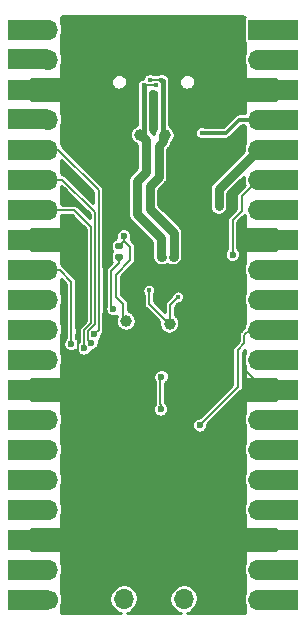
<source format=gbl>
G04 #@! TF.GenerationSoftware,KiCad,Pcbnew,(5.1.10)-1*
G04 #@! TF.CreationDate,2021-08-23T21:03:34+01:00*
G04 #@! TF.ProjectId,EnvOpenPico,456e764f-7065-46e5-9069-636f2e6b6963,REV1*
G04 #@! TF.SameCoordinates,Original*
G04 #@! TF.FileFunction,Copper,L2,Bot*
G04 #@! TF.FilePolarity,Positive*
%FSLAX46Y46*%
G04 Gerber Fmt 4.6, Leading zero omitted, Abs format (unit mm)*
G04 Created by KiCad (PCBNEW (5.1.10)-1) date 2021-08-23 21:03:34*
%MOMM*%
%LPD*%
G01*
G04 APERTURE LIST*
G04 #@! TA.AperFunction,SMDPad,CuDef*
%ADD10C,1.000000*%
G04 #@! TD*
G04 #@! TA.AperFunction,ComponentPad*
%ADD11O,1.000000X2.100000*%
G04 #@! TD*
G04 #@! TA.AperFunction,ComponentPad*
%ADD12O,1.000000X1.600000*%
G04 #@! TD*
G04 #@! TA.AperFunction,ComponentPad*
%ADD13C,0.500000*%
G04 #@! TD*
G04 #@! TA.AperFunction,ComponentPad*
%ADD14O,1.700000X1.700000*%
G04 #@! TD*
G04 #@! TA.AperFunction,ComponentPad*
%ADD15R,1.700000X1.700000*%
G04 #@! TD*
G04 #@! TA.AperFunction,ComponentPad*
%ADD16R,3.500000X1.700000*%
G04 #@! TD*
G04 #@! TA.AperFunction,ComponentPad*
%ADD17C,1.700000*%
G04 #@! TD*
G04 #@! TA.AperFunction,ComponentPad*
%ADD18C,0.600000*%
G04 #@! TD*
G04 #@! TA.AperFunction,ViaPad*
%ADD19C,0.400000*%
G04 #@! TD*
G04 #@! TA.AperFunction,ViaPad*
%ADD20C,0.600000*%
G04 #@! TD*
G04 #@! TA.AperFunction,Conductor*
%ADD21C,0.150000*%
G04 #@! TD*
G04 #@! TA.AperFunction,Conductor*
%ADD22C,0.127000*%
G04 #@! TD*
G04 #@! TA.AperFunction,Conductor*
%ADD23C,0.300000*%
G04 #@! TD*
G04 #@! TA.AperFunction,Conductor*
%ADD24C,0.800000*%
G04 #@! TD*
G04 #@! TA.AperFunction,Conductor*
%ADD25C,0.400000*%
G04 #@! TD*
G04 #@! TA.AperFunction,Conductor*
%ADD26C,0.500000*%
G04 #@! TD*
G04 #@! TA.AperFunction,Conductor*
%ADD27C,0.100000*%
G04 #@! TD*
G04 #@! TA.AperFunction,Conductor*
%ADD28C,0.254000*%
G04 #@! TD*
G04 APERTURE END LIST*
D10*
X101345600Y-83412400D03*
D11*
X107970000Y-63705000D03*
X99330000Y-63705000D03*
D12*
X107970000Y-59525000D03*
X99330000Y-59525000D03*
D10*
X105028600Y-83641000D03*
X104622200Y-67664400D03*
X102539400Y-67639000D03*
G04 #@! TA.AperFunction,SMDPad,CuDef*
G36*
G01*
X100574400Y-76761000D02*
X100914400Y-76761000D01*
G75*
G02*
X101054400Y-76901000I0J-140000D01*
G01*
X101054400Y-77181000D01*
G75*
G02*
X100914400Y-77321000I-140000J0D01*
G01*
X100574400Y-77321000D01*
G75*
G02*
X100434400Y-77181000I0J140000D01*
G01*
X100434400Y-76901000D01*
G75*
G02*
X100574400Y-76761000I140000J0D01*
G01*
G37*
G04 #@! TD.AperFunction*
G04 #@! TA.AperFunction,SMDPad,CuDef*
G36*
G01*
X100574400Y-77721000D02*
X100914400Y-77721000D01*
G75*
G02*
X101054400Y-77861000I0J-140000D01*
G01*
X101054400Y-78141000D01*
G75*
G02*
X100914400Y-78281000I-140000J0D01*
G01*
X100574400Y-78281000D01*
G75*
G02*
X100434400Y-78141000I0J140000D01*
G01*
X100434400Y-77861000D01*
G75*
G02*
X100574400Y-77721000I140000J0D01*
G01*
G37*
G04 #@! TD.AperFunction*
D13*
X107300000Y-71125000D03*
X106725000Y-70175000D03*
X107875000Y-70175000D03*
X107300000Y-69225000D03*
D14*
X112550000Y-106985000D03*
X112550000Y-104445000D03*
D15*
X112550000Y-101905000D03*
D14*
X112550000Y-99365000D03*
X112550000Y-96825000D03*
X112550000Y-94285000D03*
X112550000Y-91745000D03*
D15*
X112550000Y-89205000D03*
D14*
X112550000Y-86665000D03*
X112550000Y-84125000D03*
X112550000Y-81585000D03*
X112550000Y-79045000D03*
D15*
X112550000Y-76505000D03*
D14*
X112550000Y-73965000D03*
X112550000Y-71425000D03*
X112550000Y-68885000D03*
X112550000Y-66345000D03*
D15*
X112550000Y-63805000D03*
D14*
X112550000Y-61265000D03*
D15*
X112550000Y-58725000D03*
D16*
X114250000Y-99365000D03*
X114250000Y-101905000D03*
X114250000Y-96825000D03*
X114250000Y-104445000D03*
X114250000Y-94285000D03*
X114250000Y-106985000D03*
X114250000Y-86665000D03*
X114250000Y-91745000D03*
X114250000Y-84125000D03*
X114250000Y-73965000D03*
X114250000Y-71425000D03*
X114250000Y-68885000D03*
X114250000Y-61265000D03*
X114250000Y-89205000D03*
X114250000Y-76505000D03*
X114250000Y-63805000D03*
X114250000Y-58725000D03*
X114250000Y-79045000D03*
X114250000Y-66345000D03*
X114250000Y-81585000D03*
D14*
X94750000Y-58725000D03*
X94750000Y-61265000D03*
D15*
X94750000Y-63805000D03*
D14*
X94750000Y-66345000D03*
X94750000Y-68885000D03*
X94750000Y-71425000D03*
X94750000Y-73965000D03*
D15*
X94750000Y-76505000D03*
D14*
X94750000Y-79045000D03*
X94750000Y-81585000D03*
X94750000Y-84125000D03*
X94750000Y-86665000D03*
D15*
X94750000Y-89205000D03*
D14*
X94750000Y-91745000D03*
X94750000Y-94285000D03*
X94750000Y-96825000D03*
X94750000Y-99365000D03*
D15*
X94750000Y-101905000D03*
D14*
X94750000Y-104445000D03*
D17*
X94750000Y-106985000D03*
D16*
X93050000Y-104445000D03*
X93050000Y-73965000D03*
X93050000Y-99365000D03*
X93050000Y-94285000D03*
X93050000Y-89205000D03*
X93050000Y-86665000D03*
X93050000Y-71425000D03*
X93060000Y-79045000D03*
X93050000Y-68885000D03*
X93050000Y-61255000D03*
X93050000Y-66335000D03*
X93040000Y-91745000D03*
X93050000Y-96825000D03*
X93050000Y-81585000D03*
X93050000Y-76505000D03*
X93050000Y-106985000D03*
X93050000Y-84125000D03*
X93050000Y-63805000D03*
X93050000Y-101905000D03*
X93050000Y-58725000D03*
D18*
X104915000Y-87300000D03*
X103640000Y-87300000D03*
X102365000Y-87300000D03*
X104915000Y-86025000D03*
X103640000Y-86025000D03*
X102365000Y-86025000D03*
X104915000Y-84750000D03*
X103640000Y-84750000D03*
X102365000Y-84750000D03*
D14*
X106230000Y-106925000D03*
G04 #@! TA.AperFunction,ComponentPad*
G36*
G01*
X104115000Y-107775000D02*
X103265000Y-107775000D01*
G75*
G02*
X102840000Y-107350000I0J425000D01*
G01*
X102840000Y-106500000D01*
G75*
G02*
X103265000Y-106075000I425000J0D01*
G01*
X104115000Y-106075000D01*
G75*
G02*
X104540000Y-106500000I0J-425000D01*
G01*
X104540000Y-107350000D01*
G75*
G02*
X104115000Y-107775000I-425000J0D01*
G01*
G37*
G04 #@! TD.AperFunction*
X101150000Y-106925000D03*
D19*
X99710000Y-76185000D03*
X101066200Y-79907200D03*
D20*
X108500000Y-90125000D03*
X96450000Y-61925000D03*
X96600000Y-87325000D03*
X97291928Y-84725000D03*
X101850000Y-92100000D03*
X108800000Y-93175000D03*
X105103040Y-93639840D03*
X100375000Y-64620000D03*
X100200000Y-89575000D03*
X97725000Y-81875000D03*
D19*
X110184800Y-80694600D03*
D20*
X110310040Y-73589080D03*
D19*
X106825000Y-64620000D03*
X96960000Y-90265000D03*
X96240000Y-65125000D03*
X97770000Y-75745000D03*
X97680000Y-101425000D03*
X110190000Y-101905000D03*
X103600000Y-66245000D03*
X97990000Y-74235000D03*
X98320000Y-72915000D03*
X110440000Y-84940000D03*
D20*
X105065000Y-83725000D03*
X104340000Y-88125000D03*
X104284269Y-90880277D03*
D19*
X105732960Y-81396992D03*
X103301372Y-80820400D03*
D20*
X96700000Y-85335000D03*
X97816938Y-85719993D03*
X98410926Y-85262067D03*
X98660000Y-84525000D03*
X107600000Y-92225000D03*
X100262500Y-82362500D03*
D19*
X107737560Y-67488000D03*
X104363900Y-77985820D03*
X103849995Y-63446195D03*
X102844200Y-63448000D03*
X105334732Y-77983960D03*
X103349989Y-62965389D03*
X104342800Y-62965406D03*
D20*
X110371000Y-77775000D03*
D19*
X101125400Y-83490000D03*
D20*
X101170000Y-76206400D03*
X109194202Y-73684200D03*
D21*
X112590000Y-89205000D02*
X112244000Y-89205000D01*
X112244000Y-89205000D02*
X110628000Y-90821000D01*
X112590000Y-88719000D02*
X111390000Y-87519000D01*
X112590000Y-89205000D02*
X112590000Y-88719000D01*
X97290000Y-85865000D02*
X97290000Y-86655000D01*
X97290000Y-84726928D02*
X97290000Y-85865000D01*
X97291928Y-84725000D02*
X97290000Y-84726928D01*
D22*
X97200000Y-101905000D02*
X94750000Y-101905000D01*
X97680000Y-101425000D02*
X97200000Y-101905000D01*
X110190000Y-101905000D02*
X112550000Y-101905000D01*
X97010000Y-76505000D02*
X94750000Y-76505000D01*
X97770000Y-75745000D02*
X97010000Y-76505000D01*
X110184800Y-80694600D02*
X110184800Y-79220200D01*
X110184800Y-79220200D02*
X111370000Y-78035000D01*
X111370000Y-77685000D02*
X112550000Y-76505000D01*
X111370000Y-78035000D02*
X111370000Y-77685000D01*
X107920000Y-63705000D02*
X113984490Y-63705000D01*
X94850000Y-63705000D02*
X94750000Y-63805000D01*
X99280000Y-63705000D02*
X94850000Y-63705000D01*
D21*
X104290000Y-88100000D02*
X104290000Y-88100000D01*
X105065000Y-83725000D02*
X105065000Y-82064952D01*
X105065000Y-82064952D02*
X105732960Y-81396992D01*
X103301372Y-81961372D02*
X103301372Y-80820400D01*
X105065000Y-83725000D02*
X103301372Y-81961372D01*
X104284269Y-90456013D02*
X104284269Y-90880277D01*
X104240000Y-90411744D02*
X104284269Y-90456013D01*
X104240000Y-88100000D02*
X104240000Y-90411744D01*
X104340000Y-88000000D02*
X104240000Y-88100000D01*
X95710000Y-79085000D02*
X96700000Y-80075000D01*
X96700000Y-80075000D02*
X96700000Y-85335000D01*
X94690000Y-79085000D02*
X95710000Y-79085000D01*
X96945000Y-74005000D02*
X94690000Y-74005000D01*
X98417178Y-83556541D02*
X98417178Y-75477178D01*
X97816938Y-85719993D02*
X97816938Y-84156781D01*
X98417178Y-75477178D02*
X96945000Y-74005000D01*
X97816938Y-84156781D02*
X98417178Y-83556541D01*
X98717189Y-83680809D02*
X98717189Y-74190108D01*
X98134999Y-84262999D02*
X98717189Y-83680809D01*
X98410926Y-85262067D02*
X98134999Y-84986140D01*
X98134999Y-84986140D02*
X98134999Y-84262999D01*
X95952081Y-71425000D02*
X94750000Y-71425000D01*
X98717189Y-74190108D02*
X95952081Y-71425000D01*
X99017200Y-84167800D02*
X98660000Y-84525000D01*
X99017200Y-72322200D02*
X99017200Y-84167800D01*
X95580000Y-68885000D02*
X99017200Y-72322200D01*
X94750000Y-68885000D02*
X95580000Y-68885000D01*
X111800000Y-84125000D02*
X112590000Y-84125000D01*
X111353200Y-84571800D02*
X111800000Y-84125000D01*
X111353200Y-85274800D02*
X111353200Y-84571800D01*
X110800000Y-85828000D02*
X111353200Y-85274800D01*
X110800000Y-89025000D02*
X110800000Y-85828000D01*
X107600000Y-92225000D02*
X110800000Y-89025000D01*
X100744400Y-78498900D02*
X100744400Y-78001000D01*
X100071300Y-79172000D02*
X100744400Y-78498900D01*
X100262500Y-82362500D02*
X100071300Y-82171300D01*
X100071300Y-82171300D02*
X100071300Y-79172000D01*
D23*
X107737560Y-67488000D02*
X109796960Y-67488000D01*
X110939960Y-66345000D02*
X112550000Y-66345000D01*
X109796960Y-67488000D02*
X110939960Y-66345000D01*
D21*
X103849995Y-63446195D02*
X102846005Y-63446195D01*
X102846005Y-63446195D02*
X102844200Y-63448000D01*
X102844200Y-67486600D02*
X102691800Y-67639000D01*
D24*
X102641000Y-67613600D02*
X102690400Y-67564200D01*
X103064200Y-68036800D02*
X102641000Y-67613600D01*
X103064200Y-70770656D02*
X103064200Y-68036800D01*
X102286960Y-71547896D02*
X103064200Y-70770656D01*
X102286960Y-74375504D02*
X102286960Y-71547896D01*
X104323386Y-76411930D02*
X102286960Y-74375504D01*
X104323386Y-77945306D02*
X104323386Y-76411930D01*
X104363900Y-77985820D02*
X104323386Y-77945306D01*
D25*
X102844200Y-63448000D02*
X102844200Y-67486600D01*
D21*
X103349989Y-62965389D02*
X104342783Y-62965389D01*
X104342783Y-62965389D02*
X104342800Y-62965406D01*
D25*
X104469800Y-63092406D02*
X104342800Y-62965406D01*
X104469800Y-67664400D02*
X104469800Y-63092406D01*
D24*
X105334732Y-77983960D02*
X105373386Y-77945306D01*
X104114200Y-68551201D02*
X104469800Y-68195601D01*
X105373386Y-77945306D02*
X105373386Y-75977002D01*
X105373386Y-75977002D02*
X103336960Y-73940576D01*
X103336960Y-73940576D02*
X103336960Y-71982824D01*
X104114200Y-71205584D02*
X104114200Y-68551201D01*
X103336960Y-71982824D02*
X104114200Y-71205584D01*
X104469800Y-68195601D02*
X104469800Y-67639000D01*
D21*
X110371000Y-77775000D02*
X110371000Y-74828600D01*
X110371000Y-74828600D02*
X111133000Y-74066600D01*
X111133000Y-72842000D02*
X112550000Y-71425000D01*
X111133000Y-74066600D02*
X111133000Y-72842000D01*
X101170000Y-76615400D02*
X101170000Y-76206400D01*
X100744400Y-77041000D02*
X101170000Y-76615400D01*
X101709600Y-77155000D02*
X101170000Y-76615400D01*
X100482000Y-79475400D02*
X101709600Y-78247800D01*
X100482000Y-81355000D02*
X100482000Y-79475400D01*
X101125400Y-81998400D02*
X100482000Y-81355000D01*
X101709600Y-78247800D02*
X101709600Y-77155000D01*
X101125400Y-83490000D02*
X101125400Y-81998400D01*
D24*
X112550000Y-68885000D02*
X109194202Y-72240798D01*
X109194202Y-72240798D02*
X109194202Y-73684200D01*
D26*
X111207235Y-57776983D02*
X111197581Y-57875000D01*
X111197581Y-59575000D01*
X111207235Y-59673017D01*
X111235825Y-59767267D01*
X111282254Y-59854129D01*
X111320000Y-59900123D01*
X111320000Y-60706764D01*
X111251880Y-60871220D01*
X111200000Y-61132037D01*
X111200000Y-61397963D01*
X111251880Y-61658780D01*
X111320000Y-61823236D01*
X111320000Y-65695000D01*
X110971880Y-65695000D01*
X110939959Y-65691856D01*
X110908038Y-65695000D01*
X110908028Y-65695000D01*
X110812538Y-65704405D01*
X110690012Y-65741573D01*
X110577092Y-65801930D01*
X110577090Y-65801931D01*
X110577091Y-65801931D01*
X110502919Y-65862802D01*
X110502917Y-65862804D01*
X110478117Y-65883157D01*
X110457764Y-65907957D01*
X109527722Y-66838000D01*
X107997508Y-66838000D01*
X107941742Y-66814901D01*
X107806504Y-66788000D01*
X107668616Y-66788000D01*
X107533378Y-66814901D01*
X107405986Y-66867668D01*
X107291336Y-66944274D01*
X107193834Y-67041776D01*
X107117228Y-67156426D01*
X107064461Y-67283818D01*
X107037560Y-67419056D01*
X107037560Y-67556944D01*
X107064461Y-67692182D01*
X107117228Y-67819574D01*
X107193834Y-67934224D01*
X107291336Y-68031726D01*
X107405986Y-68108332D01*
X107533378Y-68161099D01*
X107668616Y-68188000D01*
X107806504Y-68188000D01*
X107941742Y-68161099D01*
X107997508Y-68138000D01*
X109765039Y-68138000D01*
X109796960Y-68141144D01*
X109828881Y-68138000D01*
X109828892Y-68138000D01*
X109924382Y-68128595D01*
X110046908Y-68091427D01*
X110159828Y-68031070D01*
X110258803Y-67949843D01*
X110279160Y-67925038D01*
X111209199Y-66995000D01*
X111320000Y-66995000D01*
X111320000Y-68326764D01*
X111251880Y-68491220D01*
X111200000Y-68752037D01*
X111200000Y-68962207D01*
X108589067Y-71573141D01*
X108554727Y-71601323D01*
X108442259Y-71738367D01*
X108358688Y-71894718D01*
X108326386Y-72001203D01*
X108307225Y-72064368D01*
X108289848Y-72240798D01*
X108294202Y-72285005D01*
X108294203Y-73728407D01*
X108307226Y-73860631D01*
X108358689Y-74030281D01*
X108442260Y-74186632D01*
X108554728Y-74323675D01*
X108691771Y-74436143D01*
X108848122Y-74519714D01*
X109017772Y-74571177D01*
X109194202Y-74588554D01*
X109370633Y-74571177D01*
X109540283Y-74519714D01*
X109696634Y-74436143D01*
X109833677Y-74323675D01*
X109946145Y-74186632D01*
X110029716Y-74030281D01*
X110081179Y-73860631D01*
X110094202Y-73728407D01*
X110094202Y-72613590D01*
X111200000Y-71507792D01*
X111200000Y-71557963D01*
X111251880Y-71818780D01*
X111278582Y-71883245D01*
X110746389Y-72415439D01*
X110724447Y-72433446D01*
X110706441Y-72455387D01*
X110652592Y-72521002D01*
X110599199Y-72620893D01*
X110566321Y-72729281D01*
X110555218Y-72842000D01*
X110558001Y-72870253D01*
X110558000Y-73828427D01*
X109984389Y-74402039D01*
X109962447Y-74420046D01*
X109944441Y-74441987D01*
X109890592Y-74507602D01*
X109837199Y-74607493D01*
X109818082Y-74670516D01*
X109811408Y-74692519D01*
X109804321Y-74715881D01*
X109793218Y-74828600D01*
X109796001Y-74856853D01*
X109796000Y-77218629D01*
X109749599Y-77265030D01*
X109662049Y-77396058D01*
X109601743Y-77541649D01*
X109571000Y-77696207D01*
X109571000Y-77853793D01*
X109601743Y-78008351D01*
X109662049Y-78153942D01*
X109749599Y-78284970D01*
X109861030Y-78396401D01*
X109992058Y-78483951D01*
X110137649Y-78544257D01*
X110292207Y-78575000D01*
X110449793Y-78575000D01*
X110604351Y-78544257D01*
X110749942Y-78483951D01*
X110880970Y-78396401D01*
X110992401Y-78284970D01*
X111079951Y-78153942D01*
X111140257Y-78008351D01*
X111171000Y-77853793D01*
X111171000Y-77696207D01*
X111140257Y-77541649D01*
X111079951Y-77396058D01*
X110992401Y-77265030D01*
X110946000Y-77218629D01*
X110946000Y-75066772D01*
X111320000Y-74692772D01*
X111320000Y-78486764D01*
X111251880Y-78651220D01*
X111200000Y-78912037D01*
X111200000Y-79177963D01*
X111251880Y-79438780D01*
X111320000Y-79603236D01*
X111320000Y-81026764D01*
X111251880Y-81191220D01*
X111200000Y-81452037D01*
X111200000Y-81717963D01*
X111251880Y-81978780D01*
X111320000Y-82143236D01*
X111320000Y-83566764D01*
X111251880Y-83731220D01*
X111219916Y-83891911D01*
X110966589Y-84145239D01*
X110944647Y-84163246D01*
X110926641Y-84185187D01*
X110872792Y-84250802D01*
X110845008Y-84302782D01*
X110819399Y-84350692D01*
X110786520Y-84459080D01*
X110778200Y-84543554D01*
X110775418Y-84571800D01*
X110778200Y-84600043D01*
X110778200Y-85036627D01*
X110413389Y-85401439D01*
X110391447Y-85419446D01*
X110373441Y-85441387D01*
X110319592Y-85507002D01*
X110266199Y-85606893D01*
X110233321Y-85715281D01*
X110222218Y-85828000D01*
X110225001Y-85856253D01*
X110225000Y-88786827D01*
X107586828Y-91425000D01*
X107521207Y-91425000D01*
X107366649Y-91455743D01*
X107221058Y-91516049D01*
X107090030Y-91603599D01*
X106978599Y-91715030D01*
X106891049Y-91846058D01*
X106830743Y-91991649D01*
X106800000Y-92146207D01*
X106800000Y-92303793D01*
X106830743Y-92458351D01*
X106891049Y-92603942D01*
X106978599Y-92734970D01*
X107090030Y-92846401D01*
X107221058Y-92933951D01*
X107366649Y-92994257D01*
X107521207Y-93025000D01*
X107678793Y-93025000D01*
X107833351Y-92994257D01*
X107978942Y-92933951D01*
X108109970Y-92846401D01*
X108221401Y-92734970D01*
X108308951Y-92603942D01*
X108369257Y-92458351D01*
X108400000Y-92303793D01*
X108400000Y-92238172D01*
X111186613Y-89451560D01*
X111208554Y-89433554D01*
X111242782Y-89391847D01*
X111280408Y-89345999D01*
X111299006Y-89311204D01*
X111320000Y-89271928D01*
X111320000Y-91186764D01*
X111251880Y-91351220D01*
X111200000Y-91612037D01*
X111200000Y-91877963D01*
X111251880Y-92138780D01*
X111320000Y-92303236D01*
X111320000Y-93726764D01*
X111251880Y-93891220D01*
X111200000Y-94152037D01*
X111200000Y-94417963D01*
X111251880Y-94678780D01*
X111320000Y-94843236D01*
X111320000Y-96266764D01*
X111251880Y-96431220D01*
X111200000Y-96692037D01*
X111200000Y-96957963D01*
X111251880Y-97218780D01*
X111320000Y-97383236D01*
X111320000Y-98806764D01*
X111251880Y-98971220D01*
X111200000Y-99232037D01*
X111200000Y-99497963D01*
X111251880Y-99758780D01*
X111320000Y-99923236D01*
X111320000Y-103886764D01*
X111251880Y-104051220D01*
X111200000Y-104312037D01*
X111200000Y-104577963D01*
X111251880Y-104838780D01*
X111320000Y-105003236D01*
X111320000Y-106426764D01*
X111251880Y-106591220D01*
X111200000Y-106852037D01*
X111200000Y-107117963D01*
X111251880Y-107378780D01*
X111320000Y-107543236D01*
X111320000Y-108000000D01*
X107051084Y-108000000D01*
X107090575Y-107973613D01*
X107278613Y-107785575D01*
X107426354Y-107564465D01*
X107528120Y-107318780D01*
X107580000Y-107057963D01*
X107580000Y-106792037D01*
X107528120Y-106531220D01*
X107426354Y-106285535D01*
X107278613Y-106064425D01*
X107090575Y-105876387D01*
X106869465Y-105728646D01*
X106623780Y-105626880D01*
X106362963Y-105575000D01*
X106097037Y-105575000D01*
X105836220Y-105626880D01*
X105590535Y-105728646D01*
X105369425Y-105876387D01*
X105181387Y-106064425D01*
X105033646Y-106285535D01*
X104931880Y-106531220D01*
X104880000Y-106792037D01*
X104880000Y-107057963D01*
X104931880Y-107318780D01*
X105033646Y-107564465D01*
X105181387Y-107785575D01*
X105369425Y-107973613D01*
X105408916Y-108000000D01*
X101971084Y-108000000D01*
X102010575Y-107973613D01*
X102198613Y-107785575D01*
X102346354Y-107564465D01*
X102448120Y-107318780D01*
X102500000Y-107057963D01*
X102500000Y-106792037D01*
X102448120Y-106531220D01*
X102346354Y-106285535D01*
X102198613Y-106064425D01*
X102010575Y-105876387D01*
X101789465Y-105728646D01*
X101543780Y-105626880D01*
X101282963Y-105575000D01*
X101017037Y-105575000D01*
X100756220Y-105626880D01*
X100510535Y-105728646D01*
X100289425Y-105876387D01*
X100101387Y-106064425D01*
X99953646Y-106285535D01*
X99851880Y-106531220D01*
X99800000Y-106792037D01*
X99800000Y-107057963D01*
X99851880Y-107318780D01*
X99953646Y-107564465D01*
X100101387Y-107785575D01*
X100289425Y-107973613D01*
X100328916Y-108000000D01*
X95980000Y-108000000D01*
X95980000Y-107543236D01*
X96048120Y-107378780D01*
X96100000Y-107117963D01*
X96100000Y-106852037D01*
X96048120Y-106591220D01*
X95980000Y-106426764D01*
X95980000Y-105003236D01*
X96048120Y-104838780D01*
X96100000Y-104577963D01*
X96100000Y-104312037D01*
X96048120Y-104051220D01*
X95980000Y-103886764D01*
X95980000Y-99923236D01*
X96048120Y-99758780D01*
X96100000Y-99497963D01*
X96100000Y-99232037D01*
X96048120Y-98971220D01*
X95980000Y-98806764D01*
X95980000Y-97383236D01*
X96048120Y-97218780D01*
X96100000Y-96957963D01*
X96100000Y-96692037D01*
X96048120Y-96431220D01*
X95980000Y-96266764D01*
X95980000Y-94843236D01*
X96048120Y-94678780D01*
X96100000Y-94417963D01*
X96100000Y-94152037D01*
X96048120Y-93891220D01*
X95980000Y-93726764D01*
X95980000Y-92303236D01*
X96048120Y-92138780D01*
X96100000Y-91877963D01*
X96100000Y-91612037D01*
X96048120Y-91351220D01*
X95980000Y-91186764D01*
X95980000Y-90801484D01*
X103484269Y-90801484D01*
X103484269Y-90959070D01*
X103515012Y-91113628D01*
X103575318Y-91259219D01*
X103662868Y-91390247D01*
X103774299Y-91501678D01*
X103905327Y-91589228D01*
X104050918Y-91649534D01*
X104205476Y-91680277D01*
X104363062Y-91680277D01*
X104517620Y-91649534D01*
X104663211Y-91589228D01*
X104794239Y-91501678D01*
X104905670Y-91390247D01*
X104993220Y-91259219D01*
X105053526Y-91113628D01*
X105084269Y-90959070D01*
X105084269Y-90801484D01*
X105053526Y-90646926D01*
X104993220Y-90501335D01*
X104905670Y-90370307D01*
X104838884Y-90303521D01*
X104818070Y-90234905D01*
X104815000Y-90229162D01*
X104815000Y-88769767D01*
X104849970Y-88746401D01*
X104961401Y-88634970D01*
X105048951Y-88503942D01*
X105109257Y-88358351D01*
X105140000Y-88203793D01*
X105140000Y-88046207D01*
X105109257Y-87891649D01*
X105048951Y-87746058D01*
X104961401Y-87615030D01*
X104849970Y-87503599D01*
X104718942Y-87416049D01*
X104573351Y-87355743D01*
X104418793Y-87325000D01*
X104261207Y-87325000D01*
X104106649Y-87355743D01*
X103961058Y-87416049D01*
X103830030Y-87503599D01*
X103718599Y-87615030D01*
X103631049Y-87746058D01*
X103570743Y-87891649D01*
X103540000Y-88046207D01*
X103540000Y-88203793D01*
X103570743Y-88358351D01*
X103631049Y-88503942D01*
X103665000Y-88554754D01*
X103665001Y-90368174D01*
X103662868Y-90370307D01*
X103575318Y-90501335D01*
X103515012Y-90646926D01*
X103484269Y-90801484D01*
X95980000Y-90801484D01*
X95980000Y-87223236D01*
X96048120Y-87058780D01*
X96100000Y-86797963D01*
X96100000Y-86532037D01*
X96048120Y-86271220D01*
X95980000Y-86106764D01*
X95980000Y-85687267D01*
X95991049Y-85713942D01*
X96078599Y-85844970D01*
X96190030Y-85956401D01*
X96321058Y-86043951D01*
X96466649Y-86104257D01*
X96621207Y-86135000D01*
X96778793Y-86135000D01*
X96933351Y-86104257D01*
X97078942Y-86043951D01*
X97083853Y-86040670D01*
X97107987Y-86098935D01*
X97195537Y-86229963D01*
X97306968Y-86341394D01*
X97437996Y-86428944D01*
X97583587Y-86489250D01*
X97738145Y-86519993D01*
X97895731Y-86519993D01*
X98050289Y-86489250D01*
X98195880Y-86428944D01*
X98326908Y-86341394D01*
X98438339Y-86229963D01*
X98525889Y-86098935D01*
X98545779Y-86050916D01*
X98644277Y-86031324D01*
X98789868Y-85971018D01*
X98920896Y-85883468D01*
X99032327Y-85772037D01*
X99119877Y-85641009D01*
X99180183Y-85495418D01*
X99210926Y-85340860D01*
X99210926Y-85183274D01*
X99198014Y-85118357D01*
X99281401Y-85034970D01*
X99368951Y-84903942D01*
X99429257Y-84758351D01*
X99460000Y-84603793D01*
X99460000Y-84534624D01*
X99483711Y-84505732D01*
X99497608Y-84488799D01*
X99551001Y-84388908D01*
X99562593Y-84350693D01*
X99583880Y-84280520D01*
X99592200Y-84196046D01*
X99592200Y-84196044D01*
X99594982Y-84167801D01*
X99592200Y-84139558D01*
X99592200Y-82799287D01*
X99641099Y-82872470D01*
X99752530Y-82983901D01*
X99883558Y-83071451D01*
X100029149Y-83131757D01*
X100183707Y-83162500D01*
X100341293Y-83162500D01*
X100377135Y-83155371D01*
X100345600Y-83313909D01*
X100345600Y-83510891D01*
X100384029Y-83704089D01*
X100459411Y-83886078D01*
X100568849Y-84049863D01*
X100708137Y-84189151D01*
X100871922Y-84298589D01*
X101053911Y-84373971D01*
X101247109Y-84412400D01*
X101444091Y-84412400D01*
X101637289Y-84373971D01*
X101819278Y-84298589D01*
X101983063Y-84189151D01*
X102122351Y-84049863D01*
X102231789Y-83886078D01*
X102307171Y-83704089D01*
X102345600Y-83510891D01*
X102345600Y-83313909D01*
X102307171Y-83120711D01*
X102231789Y-82938722D01*
X102122351Y-82774937D01*
X101983063Y-82635649D01*
X101819278Y-82526211D01*
X101700400Y-82476970D01*
X101700400Y-82026642D01*
X101703182Y-81998399D01*
X101698635Y-81952233D01*
X101692080Y-81885680D01*
X101659201Y-81777292D01*
X101651858Y-81763554D01*
X101605808Y-81677401D01*
X101551959Y-81611786D01*
X101533954Y-81589846D01*
X101512012Y-81571839D01*
X101057000Y-81116828D01*
X101057000Y-80751456D01*
X102601372Y-80751456D01*
X102601372Y-80889344D01*
X102628273Y-81024582D01*
X102681040Y-81151974D01*
X102726373Y-81219820D01*
X102726372Y-81933128D01*
X102723590Y-81961372D01*
X102726372Y-81989615D01*
X102726372Y-81989617D01*
X102734692Y-82074091D01*
X102751394Y-82129149D01*
X102767571Y-82182479D01*
X102820964Y-82282370D01*
X102845659Y-82312461D01*
X102892818Y-82369926D01*
X102914765Y-82387937D01*
X104035359Y-83508531D01*
X104028600Y-83542509D01*
X104028600Y-83739491D01*
X104067029Y-83932689D01*
X104142411Y-84114678D01*
X104251849Y-84278463D01*
X104391137Y-84417751D01*
X104554922Y-84527189D01*
X104736911Y-84602571D01*
X104930109Y-84641000D01*
X105127091Y-84641000D01*
X105320289Y-84602571D01*
X105502278Y-84527189D01*
X105666063Y-84417751D01*
X105805351Y-84278463D01*
X105914789Y-84114678D01*
X105990171Y-83932689D01*
X106028600Y-83739491D01*
X106028600Y-83542509D01*
X105990171Y-83349311D01*
X105914789Y-83167322D01*
X105805351Y-83003537D01*
X105666063Y-82864249D01*
X105640000Y-82846834D01*
X105640000Y-82303124D01*
X105857115Y-82086010D01*
X105937142Y-82070091D01*
X106064534Y-82017324D01*
X106179184Y-81940718D01*
X106276686Y-81843216D01*
X106353292Y-81728566D01*
X106406059Y-81601174D01*
X106432960Y-81465936D01*
X106432960Y-81328048D01*
X106406059Y-81192810D01*
X106353292Y-81065418D01*
X106276686Y-80950768D01*
X106179184Y-80853266D01*
X106064534Y-80776660D01*
X105937142Y-80723893D01*
X105801904Y-80696992D01*
X105664016Y-80696992D01*
X105528778Y-80723893D01*
X105401386Y-80776660D01*
X105286736Y-80853266D01*
X105189234Y-80950768D01*
X105112628Y-81065418D01*
X105059861Y-81192810D01*
X105043942Y-81272837D01*
X104678389Y-81638391D01*
X104656447Y-81656398D01*
X104638441Y-81678339D01*
X104584592Y-81743954D01*
X104531199Y-81843845D01*
X104498321Y-81952233D01*
X104487218Y-82064952D01*
X104490001Y-82093205D01*
X104490001Y-82336828D01*
X103876372Y-81723200D01*
X103876372Y-81219819D01*
X103921704Y-81151974D01*
X103974471Y-81024582D01*
X104001372Y-80889344D01*
X104001372Y-80751456D01*
X103974471Y-80616218D01*
X103921704Y-80488826D01*
X103845098Y-80374176D01*
X103747596Y-80276674D01*
X103632946Y-80200068D01*
X103505554Y-80147301D01*
X103370316Y-80120400D01*
X103232428Y-80120400D01*
X103097190Y-80147301D01*
X102969798Y-80200068D01*
X102855148Y-80276674D01*
X102757646Y-80374176D01*
X102681040Y-80488826D01*
X102628273Y-80616218D01*
X102601372Y-80751456D01*
X101057000Y-80751456D01*
X101057000Y-79713572D01*
X102096213Y-78674360D01*
X102118154Y-78656354D01*
X102190008Y-78568798D01*
X102243401Y-78468908D01*
X102276280Y-78360520D01*
X102284600Y-78276046D01*
X102284600Y-78276043D01*
X102287382Y-78247800D01*
X102284600Y-78219557D01*
X102284600Y-77183243D01*
X102287382Y-77155000D01*
X102281552Y-77095808D01*
X102276280Y-77042280D01*
X102243401Y-76933892D01*
X102190008Y-76834002D01*
X102118154Y-76746446D01*
X102096212Y-76728439D01*
X101900673Y-76532900D01*
X101939257Y-76439751D01*
X101970000Y-76285193D01*
X101970000Y-76127607D01*
X101939257Y-75973049D01*
X101878951Y-75827458D01*
X101791401Y-75696430D01*
X101679970Y-75584999D01*
X101548942Y-75497449D01*
X101403351Y-75437143D01*
X101248793Y-75406400D01*
X101091207Y-75406400D01*
X100936649Y-75437143D01*
X100791058Y-75497449D01*
X100660030Y-75584999D01*
X100548599Y-75696430D01*
X100461049Y-75827458D01*
X100400743Y-75973049D01*
X100370000Y-76127607D01*
X100370000Y-76285193D01*
X100371823Y-76294358D01*
X100328557Y-76307482D01*
X100217491Y-76366848D01*
X100120141Y-76446741D01*
X100040248Y-76544091D01*
X99980882Y-76655157D01*
X99944325Y-76775670D01*
X99931981Y-76901000D01*
X99931981Y-77181000D01*
X99944325Y-77306330D01*
X99980882Y-77426843D01*
X100031210Y-77521000D01*
X99980882Y-77615157D01*
X99944325Y-77735670D01*
X99931981Y-77861000D01*
X99931981Y-78141000D01*
X99944325Y-78266330D01*
X99980882Y-78386843D01*
X100002618Y-78427509D01*
X99684689Y-78745439D01*
X99662747Y-78763446D01*
X99644741Y-78785387D01*
X99592200Y-78849408D01*
X99592200Y-72350443D01*
X99594982Y-72322200D01*
X99592200Y-72293954D01*
X99583880Y-72209480D01*
X99551001Y-72101092D01*
X99531423Y-72064465D01*
X99497608Y-72001201D01*
X99459982Y-71955353D01*
X99425754Y-71913646D01*
X99403813Y-71895640D01*
X99056069Y-71547896D01*
X101382606Y-71547896D01*
X101386961Y-71592112D01*
X101386960Y-74331297D01*
X101382606Y-74375504D01*
X101389154Y-74441987D01*
X101399983Y-74551934D01*
X101451446Y-74721584D01*
X101535017Y-74877935D01*
X101647485Y-75014979D01*
X101681825Y-75043161D01*
X103423387Y-76784723D01*
X103423386Y-77901099D01*
X103419032Y-77945306D01*
X103423386Y-77989512D01*
X103436409Y-78121736D01*
X103487872Y-78291386D01*
X103571443Y-78447737D01*
X103683911Y-78584781D01*
X103718255Y-78612966D01*
X103758763Y-78653474D01*
X103861468Y-78737762D01*
X104017819Y-78821333D01*
X104187469Y-78872796D01*
X104363899Y-78890173D01*
X104540330Y-78872796D01*
X104709981Y-78821333D01*
X104851055Y-78745927D01*
X104988651Y-78819473D01*
X105158302Y-78870937D01*
X105334732Y-78888314D01*
X105511162Y-78870937D01*
X105680813Y-78819473D01*
X105837163Y-78735903D01*
X105939869Y-78651615D01*
X105978522Y-78612962D01*
X106012861Y-78584781D01*
X106125329Y-78447738D01*
X106208900Y-78291387D01*
X106260363Y-78121737D01*
X106273386Y-77989513D01*
X106273386Y-77989512D01*
X106277740Y-77945307D01*
X106273386Y-77901100D01*
X106273386Y-76021205D01*
X106277740Y-75977001D01*
X106270524Y-75903737D01*
X106260363Y-75800571D01*
X106208900Y-75630921D01*
X106125329Y-75474570D01*
X106012861Y-75337527D01*
X105978521Y-75309345D01*
X104236960Y-73567784D01*
X104236960Y-72355616D01*
X104719336Y-71873240D01*
X104753675Y-71845059D01*
X104866143Y-71708016D01*
X104949714Y-71551665D01*
X105001177Y-71382015D01*
X105014200Y-71249791D01*
X105014200Y-71249782D01*
X105018553Y-71205585D01*
X105014200Y-71161388D01*
X105014200Y-68923992D01*
X105074931Y-68863261D01*
X105109275Y-68835076D01*
X105221743Y-68698033D01*
X105305314Y-68541682D01*
X105356777Y-68372032D01*
X105359836Y-68340978D01*
X105398951Y-68301863D01*
X105508389Y-68138078D01*
X105583771Y-67956089D01*
X105622200Y-67762891D01*
X105622200Y-67565909D01*
X105583771Y-67372711D01*
X105508389Y-67190722D01*
X105398951Y-67026937D01*
X105259663Y-66887649D01*
X105169800Y-66827604D01*
X105169800Y-63126792D01*
X105173055Y-63093745D01*
X105715000Y-63093745D01*
X105715000Y-63256255D01*
X105746704Y-63415644D01*
X105808894Y-63565784D01*
X105899181Y-63700907D01*
X106014093Y-63815819D01*
X106149216Y-63906106D01*
X106299356Y-63968296D01*
X106458745Y-64000000D01*
X106621255Y-64000000D01*
X106780644Y-63968296D01*
X106930784Y-63906106D01*
X107065907Y-63815819D01*
X107180819Y-63700907D01*
X107271106Y-63565784D01*
X107333296Y-63415644D01*
X107365000Y-63256255D01*
X107365000Y-63093745D01*
X107333296Y-62934356D01*
X107271106Y-62784216D01*
X107180819Y-62649093D01*
X107065907Y-62534181D01*
X106930784Y-62443894D01*
X106780644Y-62381704D01*
X106621255Y-62350000D01*
X106458745Y-62350000D01*
X106299356Y-62381704D01*
X106149216Y-62443894D01*
X106014093Y-62534181D01*
X105899181Y-62649093D01*
X105808894Y-62784216D01*
X105746704Y-62934356D01*
X105715000Y-63093745D01*
X105173055Y-63093745D01*
X105173187Y-63092405D01*
X105169800Y-63058016D01*
X105159672Y-62955182D01*
X105119645Y-62823231D01*
X105054645Y-62701625D01*
X104967170Y-62595036D01*
X104940453Y-62573110D01*
X104886528Y-62519185D01*
X104886526Y-62519182D01*
X104789024Y-62421680D01*
X104760290Y-62402481D01*
X104733581Y-62380561D01*
X104703105Y-62364271D01*
X104674374Y-62345074D01*
X104642451Y-62331851D01*
X104611974Y-62315561D01*
X104578905Y-62305530D01*
X104546982Y-62292307D01*
X104513088Y-62285565D01*
X104480023Y-62275535D01*
X104445639Y-62272148D01*
X104411744Y-62265406D01*
X104377187Y-62265406D01*
X104342800Y-62262019D01*
X104308413Y-62265406D01*
X104273856Y-62265406D01*
X104239961Y-62272148D01*
X104205577Y-62275535D01*
X104172512Y-62285565D01*
X104138618Y-62292307D01*
X104106695Y-62305530D01*
X104073626Y-62315561D01*
X104043149Y-62331851D01*
X104011226Y-62345074D01*
X103982495Y-62364271D01*
X103952019Y-62380561D01*
X103940044Y-62390389D01*
X103749408Y-62390389D01*
X103681563Y-62345057D01*
X103554171Y-62292290D01*
X103418933Y-62265389D01*
X103281045Y-62265389D01*
X103145807Y-62292290D01*
X103018415Y-62345057D01*
X102903765Y-62421663D01*
X102806263Y-62519165D01*
X102729657Y-62633815D01*
X102676890Y-62761207D01*
X102675610Y-62767643D01*
X102673902Y-62768161D01*
X102640018Y-62774901D01*
X102608100Y-62788122D01*
X102575025Y-62798155D01*
X102544546Y-62814446D01*
X102512626Y-62827668D01*
X102483896Y-62846865D01*
X102453419Y-62863155D01*
X102426710Y-62885075D01*
X102397976Y-62904274D01*
X102373537Y-62928713D01*
X102346830Y-62950631D01*
X102324913Y-62977337D01*
X102300474Y-63001776D01*
X102281272Y-63030513D01*
X102259355Y-63057220D01*
X102243067Y-63087692D01*
X102223868Y-63116426D01*
X102210645Y-63148350D01*
X102194355Y-63178826D01*
X102184323Y-63211897D01*
X102171101Y-63243818D01*
X102164360Y-63277705D01*
X102154328Y-63310777D01*
X102150941Y-63345168D01*
X102144200Y-63379056D01*
X102144200Y-63413611D01*
X102144201Y-66720304D01*
X102065722Y-66752811D01*
X101901937Y-66862249D01*
X101762649Y-67001537D01*
X101653211Y-67165322D01*
X101577829Y-67347311D01*
X101539400Y-67540509D01*
X101539400Y-67737491D01*
X101577829Y-67930689D01*
X101653211Y-68112678D01*
X101762649Y-68276463D01*
X101901937Y-68415751D01*
X102065722Y-68525189D01*
X102164201Y-68565980D01*
X102164200Y-70397864D01*
X101681821Y-70880243D01*
X101647486Y-70908421D01*
X101619308Y-70942756D01*
X101619305Y-70942759D01*
X101535017Y-71045465D01*
X101451447Y-71201815D01*
X101399983Y-71371466D01*
X101382606Y-71547896D01*
X99056069Y-71547896D01*
X96060219Y-68552047D01*
X96048120Y-68491220D01*
X95980000Y-68326764D01*
X95980000Y-66903236D01*
X96048120Y-66738780D01*
X96100000Y-66477963D01*
X96100000Y-66212037D01*
X96048120Y-65951220D01*
X95980000Y-65786764D01*
X95980000Y-63093745D01*
X99935000Y-63093745D01*
X99935000Y-63256255D01*
X99966704Y-63415644D01*
X100028894Y-63565784D01*
X100119181Y-63700907D01*
X100234093Y-63815819D01*
X100369216Y-63906106D01*
X100519356Y-63968296D01*
X100678745Y-64000000D01*
X100841255Y-64000000D01*
X101000644Y-63968296D01*
X101150784Y-63906106D01*
X101285907Y-63815819D01*
X101400819Y-63700907D01*
X101491106Y-63565784D01*
X101553296Y-63415644D01*
X101585000Y-63256255D01*
X101585000Y-63093745D01*
X101553296Y-62934356D01*
X101491106Y-62784216D01*
X101400819Y-62649093D01*
X101285907Y-62534181D01*
X101150784Y-62443894D01*
X101000644Y-62381704D01*
X100841255Y-62350000D01*
X100678745Y-62350000D01*
X100519356Y-62381704D01*
X100369216Y-62443894D01*
X100234093Y-62534181D01*
X100119181Y-62649093D01*
X100028894Y-62784216D01*
X99966704Y-62934356D01*
X99935000Y-63093745D01*
X95980000Y-63093745D01*
X95980000Y-61823236D01*
X96048120Y-61658780D01*
X96100000Y-61397963D01*
X96100000Y-61132037D01*
X96048120Y-60871220D01*
X95980000Y-60706764D01*
X95980000Y-59283236D01*
X96048120Y-59118780D01*
X96100000Y-58857963D01*
X96100000Y-58592037D01*
X96048120Y-58331220D01*
X95980000Y-58166764D01*
X95980000Y-57750000D01*
X111215420Y-57750000D01*
X111207235Y-57776983D01*
G04 #@! TA.AperFunction,Conductor*
D27*
G36*
X111207235Y-57776983D02*
G01*
X111197581Y-57875000D01*
X111197581Y-59575000D01*
X111207235Y-59673017D01*
X111235825Y-59767267D01*
X111282254Y-59854129D01*
X111320000Y-59900123D01*
X111320000Y-60706764D01*
X111251880Y-60871220D01*
X111200000Y-61132037D01*
X111200000Y-61397963D01*
X111251880Y-61658780D01*
X111320000Y-61823236D01*
X111320000Y-65695000D01*
X110971880Y-65695000D01*
X110939959Y-65691856D01*
X110908038Y-65695000D01*
X110908028Y-65695000D01*
X110812538Y-65704405D01*
X110690012Y-65741573D01*
X110577092Y-65801930D01*
X110577090Y-65801931D01*
X110577091Y-65801931D01*
X110502919Y-65862802D01*
X110502917Y-65862804D01*
X110478117Y-65883157D01*
X110457764Y-65907957D01*
X109527722Y-66838000D01*
X107997508Y-66838000D01*
X107941742Y-66814901D01*
X107806504Y-66788000D01*
X107668616Y-66788000D01*
X107533378Y-66814901D01*
X107405986Y-66867668D01*
X107291336Y-66944274D01*
X107193834Y-67041776D01*
X107117228Y-67156426D01*
X107064461Y-67283818D01*
X107037560Y-67419056D01*
X107037560Y-67556944D01*
X107064461Y-67692182D01*
X107117228Y-67819574D01*
X107193834Y-67934224D01*
X107291336Y-68031726D01*
X107405986Y-68108332D01*
X107533378Y-68161099D01*
X107668616Y-68188000D01*
X107806504Y-68188000D01*
X107941742Y-68161099D01*
X107997508Y-68138000D01*
X109765039Y-68138000D01*
X109796960Y-68141144D01*
X109828881Y-68138000D01*
X109828892Y-68138000D01*
X109924382Y-68128595D01*
X110046908Y-68091427D01*
X110159828Y-68031070D01*
X110258803Y-67949843D01*
X110279160Y-67925038D01*
X111209199Y-66995000D01*
X111320000Y-66995000D01*
X111320000Y-68326764D01*
X111251880Y-68491220D01*
X111200000Y-68752037D01*
X111200000Y-68962207D01*
X108589067Y-71573141D01*
X108554727Y-71601323D01*
X108442259Y-71738367D01*
X108358688Y-71894718D01*
X108326386Y-72001203D01*
X108307225Y-72064368D01*
X108289848Y-72240798D01*
X108294202Y-72285005D01*
X108294203Y-73728407D01*
X108307226Y-73860631D01*
X108358689Y-74030281D01*
X108442260Y-74186632D01*
X108554728Y-74323675D01*
X108691771Y-74436143D01*
X108848122Y-74519714D01*
X109017772Y-74571177D01*
X109194202Y-74588554D01*
X109370633Y-74571177D01*
X109540283Y-74519714D01*
X109696634Y-74436143D01*
X109833677Y-74323675D01*
X109946145Y-74186632D01*
X110029716Y-74030281D01*
X110081179Y-73860631D01*
X110094202Y-73728407D01*
X110094202Y-72613590D01*
X111200000Y-71507792D01*
X111200000Y-71557963D01*
X111251880Y-71818780D01*
X111278582Y-71883245D01*
X110746389Y-72415439D01*
X110724447Y-72433446D01*
X110706441Y-72455387D01*
X110652592Y-72521002D01*
X110599199Y-72620893D01*
X110566321Y-72729281D01*
X110555218Y-72842000D01*
X110558001Y-72870253D01*
X110558000Y-73828427D01*
X109984389Y-74402039D01*
X109962447Y-74420046D01*
X109944441Y-74441987D01*
X109890592Y-74507602D01*
X109837199Y-74607493D01*
X109818082Y-74670516D01*
X109811408Y-74692519D01*
X109804321Y-74715881D01*
X109793218Y-74828600D01*
X109796001Y-74856853D01*
X109796000Y-77218629D01*
X109749599Y-77265030D01*
X109662049Y-77396058D01*
X109601743Y-77541649D01*
X109571000Y-77696207D01*
X109571000Y-77853793D01*
X109601743Y-78008351D01*
X109662049Y-78153942D01*
X109749599Y-78284970D01*
X109861030Y-78396401D01*
X109992058Y-78483951D01*
X110137649Y-78544257D01*
X110292207Y-78575000D01*
X110449793Y-78575000D01*
X110604351Y-78544257D01*
X110749942Y-78483951D01*
X110880970Y-78396401D01*
X110992401Y-78284970D01*
X111079951Y-78153942D01*
X111140257Y-78008351D01*
X111171000Y-77853793D01*
X111171000Y-77696207D01*
X111140257Y-77541649D01*
X111079951Y-77396058D01*
X110992401Y-77265030D01*
X110946000Y-77218629D01*
X110946000Y-75066772D01*
X111320000Y-74692772D01*
X111320000Y-78486764D01*
X111251880Y-78651220D01*
X111200000Y-78912037D01*
X111200000Y-79177963D01*
X111251880Y-79438780D01*
X111320000Y-79603236D01*
X111320000Y-81026764D01*
X111251880Y-81191220D01*
X111200000Y-81452037D01*
X111200000Y-81717963D01*
X111251880Y-81978780D01*
X111320000Y-82143236D01*
X111320000Y-83566764D01*
X111251880Y-83731220D01*
X111219916Y-83891911D01*
X110966589Y-84145239D01*
X110944647Y-84163246D01*
X110926641Y-84185187D01*
X110872792Y-84250802D01*
X110845008Y-84302782D01*
X110819399Y-84350692D01*
X110786520Y-84459080D01*
X110778200Y-84543554D01*
X110775418Y-84571800D01*
X110778200Y-84600043D01*
X110778200Y-85036627D01*
X110413389Y-85401439D01*
X110391447Y-85419446D01*
X110373441Y-85441387D01*
X110319592Y-85507002D01*
X110266199Y-85606893D01*
X110233321Y-85715281D01*
X110222218Y-85828000D01*
X110225001Y-85856253D01*
X110225000Y-88786827D01*
X107586828Y-91425000D01*
X107521207Y-91425000D01*
X107366649Y-91455743D01*
X107221058Y-91516049D01*
X107090030Y-91603599D01*
X106978599Y-91715030D01*
X106891049Y-91846058D01*
X106830743Y-91991649D01*
X106800000Y-92146207D01*
X106800000Y-92303793D01*
X106830743Y-92458351D01*
X106891049Y-92603942D01*
X106978599Y-92734970D01*
X107090030Y-92846401D01*
X107221058Y-92933951D01*
X107366649Y-92994257D01*
X107521207Y-93025000D01*
X107678793Y-93025000D01*
X107833351Y-92994257D01*
X107978942Y-92933951D01*
X108109970Y-92846401D01*
X108221401Y-92734970D01*
X108308951Y-92603942D01*
X108369257Y-92458351D01*
X108400000Y-92303793D01*
X108400000Y-92238172D01*
X111186613Y-89451560D01*
X111208554Y-89433554D01*
X111242782Y-89391847D01*
X111280408Y-89345999D01*
X111299006Y-89311204D01*
X111320000Y-89271928D01*
X111320000Y-91186764D01*
X111251880Y-91351220D01*
X111200000Y-91612037D01*
X111200000Y-91877963D01*
X111251880Y-92138780D01*
X111320000Y-92303236D01*
X111320000Y-93726764D01*
X111251880Y-93891220D01*
X111200000Y-94152037D01*
X111200000Y-94417963D01*
X111251880Y-94678780D01*
X111320000Y-94843236D01*
X111320000Y-96266764D01*
X111251880Y-96431220D01*
X111200000Y-96692037D01*
X111200000Y-96957963D01*
X111251880Y-97218780D01*
X111320000Y-97383236D01*
X111320000Y-98806764D01*
X111251880Y-98971220D01*
X111200000Y-99232037D01*
X111200000Y-99497963D01*
X111251880Y-99758780D01*
X111320000Y-99923236D01*
X111320000Y-103886764D01*
X111251880Y-104051220D01*
X111200000Y-104312037D01*
X111200000Y-104577963D01*
X111251880Y-104838780D01*
X111320000Y-105003236D01*
X111320000Y-106426764D01*
X111251880Y-106591220D01*
X111200000Y-106852037D01*
X111200000Y-107117963D01*
X111251880Y-107378780D01*
X111320000Y-107543236D01*
X111320000Y-108000000D01*
X107051084Y-108000000D01*
X107090575Y-107973613D01*
X107278613Y-107785575D01*
X107426354Y-107564465D01*
X107528120Y-107318780D01*
X107580000Y-107057963D01*
X107580000Y-106792037D01*
X107528120Y-106531220D01*
X107426354Y-106285535D01*
X107278613Y-106064425D01*
X107090575Y-105876387D01*
X106869465Y-105728646D01*
X106623780Y-105626880D01*
X106362963Y-105575000D01*
X106097037Y-105575000D01*
X105836220Y-105626880D01*
X105590535Y-105728646D01*
X105369425Y-105876387D01*
X105181387Y-106064425D01*
X105033646Y-106285535D01*
X104931880Y-106531220D01*
X104880000Y-106792037D01*
X104880000Y-107057963D01*
X104931880Y-107318780D01*
X105033646Y-107564465D01*
X105181387Y-107785575D01*
X105369425Y-107973613D01*
X105408916Y-108000000D01*
X101971084Y-108000000D01*
X102010575Y-107973613D01*
X102198613Y-107785575D01*
X102346354Y-107564465D01*
X102448120Y-107318780D01*
X102500000Y-107057963D01*
X102500000Y-106792037D01*
X102448120Y-106531220D01*
X102346354Y-106285535D01*
X102198613Y-106064425D01*
X102010575Y-105876387D01*
X101789465Y-105728646D01*
X101543780Y-105626880D01*
X101282963Y-105575000D01*
X101017037Y-105575000D01*
X100756220Y-105626880D01*
X100510535Y-105728646D01*
X100289425Y-105876387D01*
X100101387Y-106064425D01*
X99953646Y-106285535D01*
X99851880Y-106531220D01*
X99800000Y-106792037D01*
X99800000Y-107057963D01*
X99851880Y-107318780D01*
X99953646Y-107564465D01*
X100101387Y-107785575D01*
X100289425Y-107973613D01*
X100328916Y-108000000D01*
X95980000Y-108000000D01*
X95980000Y-107543236D01*
X96048120Y-107378780D01*
X96100000Y-107117963D01*
X96100000Y-106852037D01*
X96048120Y-106591220D01*
X95980000Y-106426764D01*
X95980000Y-105003236D01*
X96048120Y-104838780D01*
X96100000Y-104577963D01*
X96100000Y-104312037D01*
X96048120Y-104051220D01*
X95980000Y-103886764D01*
X95980000Y-99923236D01*
X96048120Y-99758780D01*
X96100000Y-99497963D01*
X96100000Y-99232037D01*
X96048120Y-98971220D01*
X95980000Y-98806764D01*
X95980000Y-97383236D01*
X96048120Y-97218780D01*
X96100000Y-96957963D01*
X96100000Y-96692037D01*
X96048120Y-96431220D01*
X95980000Y-96266764D01*
X95980000Y-94843236D01*
X96048120Y-94678780D01*
X96100000Y-94417963D01*
X96100000Y-94152037D01*
X96048120Y-93891220D01*
X95980000Y-93726764D01*
X95980000Y-92303236D01*
X96048120Y-92138780D01*
X96100000Y-91877963D01*
X96100000Y-91612037D01*
X96048120Y-91351220D01*
X95980000Y-91186764D01*
X95980000Y-90801484D01*
X103484269Y-90801484D01*
X103484269Y-90959070D01*
X103515012Y-91113628D01*
X103575318Y-91259219D01*
X103662868Y-91390247D01*
X103774299Y-91501678D01*
X103905327Y-91589228D01*
X104050918Y-91649534D01*
X104205476Y-91680277D01*
X104363062Y-91680277D01*
X104517620Y-91649534D01*
X104663211Y-91589228D01*
X104794239Y-91501678D01*
X104905670Y-91390247D01*
X104993220Y-91259219D01*
X105053526Y-91113628D01*
X105084269Y-90959070D01*
X105084269Y-90801484D01*
X105053526Y-90646926D01*
X104993220Y-90501335D01*
X104905670Y-90370307D01*
X104838884Y-90303521D01*
X104818070Y-90234905D01*
X104815000Y-90229162D01*
X104815000Y-88769767D01*
X104849970Y-88746401D01*
X104961401Y-88634970D01*
X105048951Y-88503942D01*
X105109257Y-88358351D01*
X105140000Y-88203793D01*
X105140000Y-88046207D01*
X105109257Y-87891649D01*
X105048951Y-87746058D01*
X104961401Y-87615030D01*
X104849970Y-87503599D01*
X104718942Y-87416049D01*
X104573351Y-87355743D01*
X104418793Y-87325000D01*
X104261207Y-87325000D01*
X104106649Y-87355743D01*
X103961058Y-87416049D01*
X103830030Y-87503599D01*
X103718599Y-87615030D01*
X103631049Y-87746058D01*
X103570743Y-87891649D01*
X103540000Y-88046207D01*
X103540000Y-88203793D01*
X103570743Y-88358351D01*
X103631049Y-88503942D01*
X103665000Y-88554754D01*
X103665001Y-90368174D01*
X103662868Y-90370307D01*
X103575318Y-90501335D01*
X103515012Y-90646926D01*
X103484269Y-90801484D01*
X95980000Y-90801484D01*
X95980000Y-87223236D01*
X96048120Y-87058780D01*
X96100000Y-86797963D01*
X96100000Y-86532037D01*
X96048120Y-86271220D01*
X95980000Y-86106764D01*
X95980000Y-85687267D01*
X95991049Y-85713942D01*
X96078599Y-85844970D01*
X96190030Y-85956401D01*
X96321058Y-86043951D01*
X96466649Y-86104257D01*
X96621207Y-86135000D01*
X96778793Y-86135000D01*
X96933351Y-86104257D01*
X97078942Y-86043951D01*
X97083853Y-86040670D01*
X97107987Y-86098935D01*
X97195537Y-86229963D01*
X97306968Y-86341394D01*
X97437996Y-86428944D01*
X97583587Y-86489250D01*
X97738145Y-86519993D01*
X97895731Y-86519993D01*
X98050289Y-86489250D01*
X98195880Y-86428944D01*
X98326908Y-86341394D01*
X98438339Y-86229963D01*
X98525889Y-86098935D01*
X98545779Y-86050916D01*
X98644277Y-86031324D01*
X98789868Y-85971018D01*
X98920896Y-85883468D01*
X99032327Y-85772037D01*
X99119877Y-85641009D01*
X99180183Y-85495418D01*
X99210926Y-85340860D01*
X99210926Y-85183274D01*
X99198014Y-85118357D01*
X99281401Y-85034970D01*
X99368951Y-84903942D01*
X99429257Y-84758351D01*
X99460000Y-84603793D01*
X99460000Y-84534624D01*
X99483711Y-84505732D01*
X99497608Y-84488799D01*
X99551001Y-84388908D01*
X99562593Y-84350693D01*
X99583880Y-84280520D01*
X99592200Y-84196046D01*
X99592200Y-84196044D01*
X99594982Y-84167801D01*
X99592200Y-84139558D01*
X99592200Y-82799287D01*
X99641099Y-82872470D01*
X99752530Y-82983901D01*
X99883558Y-83071451D01*
X100029149Y-83131757D01*
X100183707Y-83162500D01*
X100341293Y-83162500D01*
X100377135Y-83155371D01*
X100345600Y-83313909D01*
X100345600Y-83510891D01*
X100384029Y-83704089D01*
X100459411Y-83886078D01*
X100568849Y-84049863D01*
X100708137Y-84189151D01*
X100871922Y-84298589D01*
X101053911Y-84373971D01*
X101247109Y-84412400D01*
X101444091Y-84412400D01*
X101637289Y-84373971D01*
X101819278Y-84298589D01*
X101983063Y-84189151D01*
X102122351Y-84049863D01*
X102231789Y-83886078D01*
X102307171Y-83704089D01*
X102345600Y-83510891D01*
X102345600Y-83313909D01*
X102307171Y-83120711D01*
X102231789Y-82938722D01*
X102122351Y-82774937D01*
X101983063Y-82635649D01*
X101819278Y-82526211D01*
X101700400Y-82476970D01*
X101700400Y-82026642D01*
X101703182Y-81998399D01*
X101698635Y-81952233D01*
X101692080Y-81885680D01*
X101659201Y-81777292D01*
X101651858Y-81763554D01*
X101605808Y-81677401D01*
X101551959Y-81611786D01*
X101533954Y-81589846D01*
X101512012Y-81571839D01*
X101057000Y-81116828D01*
X101057000Y-80751456D01*
X102601372Y-80751456D01*
X102601372Y-80889344D01*
X102628273Y-81024582D01*
X102681040Y-81151974D01*
X102726373Y-81219820D01*
X102726372Y-81933128D01*
X102723590Y-81961372D01*
X102726372Y-81989615D01*
X102726372Y-81989617D01*
X102734692Y-82074091D01*
X102751394Y-82129149D01*
X102767571Y-82182479D01*
X102820964Y-82282370D01*
X102845659Y-82312461D01*
X102892818Y-82369926D01*
X102914765Y-82387937D01*
X104035359Y-83508531D01*
X104028600Y-83542509D01*
X104028600Y-83739491D01*
X104067029Y-83932689D01*
X104142411Y-84114678D01*
X104251849Y-84278463D01*
X104391137Y-84417751D01*
X104554922Y-84527189D01*
X104736911Y-84602571D01*
X104930109Y-84641000D01*
X105127091Y-84641000D01*
X105320289Y-84602571D01*
X105502278Y-84527189D01*
X105666063Y-84417751D01*
X105805351Y-84278463D01*
X105914789Y-84114678D01*
X105990171Y-83932689D01*
X106028600Y-83739491D01*
X106028600Y-83542509D01*
X105990171Y-83349311D01*
X105914789Y-83167322D01*
X105805351Y-83003537D01*
X105666063Y-82864249D01*
X105640000Y-82846834D01*
X105640000Y-82303124D01*
X105857115Y-82086010D01*
X105937142Y-82070091D01*
X106064534Y-82017324D01*
X106179184Y-81940718D01*
X106276686Y-81843216D01*
X106353292Y-81728566D01*
X106406059Y-81601174D01*
X106432960Y-81465936D01*
X106432960Y-81328048D01*
X106406059Y-81192810D01*
X106353292Y-81065418D01*
X106276686Y-80950768D01*
X106179184Y-80853266D01*
X106064534Y-80776660D01*
X105937142Y-80723893D01*
X105801904Y-80696992D01*
X105664016Y-80696992D01*
X105528778Y-80723893D01*
X105401386Y-80776660D01*
X105286736Y-80853266D01*
X105189234Y-80950768D01*
X105112628Y-81065418D01*
X105059861Y-81192810D01*
X105043942Y-81272837D01*
X104678389Y-81638391D01*
X104656447Y-81656398D01*
X104638441Y-81678339D01*
X104584592Y-81743954D01*
X104531199Y-81843845D01*
X104498321Y-81952233D01*
X104487218Y-82064952D01*
X104490001Y-82093205D01*
X104490001Y-82336828D01*
X103876372Y-81723200D01*
X103876372Y-81219819D01*
X103921704Y-81151974D01*
X103974471Y-81024582D01*
X104001372Y-80889344D01*
X104001372Y-80751456D01*
X103974471Y-80616218D01*
X103921704Y-80488826D01*
X103845098Y-80374176D01*
X103747596Y-80276674D01*
X103632946Y-80200068D01*
X103505554Y-80147301D01*
X103370316Y-80120400D01*
X103232428Y-80120400D01*
X103097190Y-80147301D01*
X102969798Y-80200068D01*
X102855148Y-80276674D01*
X102757646Y-80374176D01*
X102681040Y-80488826D01*
X102628273Y-80616218D01*
X102601372Y-80751456D01*
X101057000Y-80751456D01*
X101057000Y-79713572D01*
X102096213Y-78674360D01*
X102118154Y-78656354D01*
X102190008Y-78568798D01*
X102243401Y-78468908D01*
X102276280Y-78360520D01*
X102284600Y-78276046D01*
X102284600Y-78276043D01*
X102287382Y-78247800D01*
X102284600Y-78219557D01*
X102284600Y-77183243D01*
X102287382Y-77155000D01*
X102281552Y-77095808D01*
X102276280Y-77042280D01*
X102243401Y-76933892D01*
X102190008Y-76834002D01*
X102118154Y-76746446D01*
X102096212Y-76728439D01*
X101900673Y-76532900D01*
X101939257Y-76439751D01*
X101970000Y-76285193D01*
X101970000Y-76127607D01*
X101939257Y-75973049D01*
X101878951Y-75827458D01*
X101791401Y-75696430D01*
X101679970Y-75584999D01*
X101548942Y-75497449D01*
X101403351Y-75437143D01*
X101248793Y-75406400D01*
X101091207Y-75406400D01*
X100936649Y-75437143D01*
X100791058Y-75497449D01*
X100660030Y-75584999D01*
X100548599Y-75696430D01*
X100461049Y-75827458D01*
X100400743Y-75973049D01*
X100370000Y-76127607D01*
X100370000Y-76285193D01*
X100371823Y-76294358D01*
X100328557Y-76307482D01*
X100217491Y-76366848D01*
X100120141Y-76446741D01*
X100040248Y-76544091D01*
X99980882Y-76655157D01*
X99944325Y-76775670D01*
X99931981Y-76901000D01*
X99931981Y-77181000D01*
X99944325Y-77306330D01*
X99980882Y-77426843D01*
X100031210Y-77521000D01*
X99980882Y-77615157D01*
X99944325Y-77735670D01*
X99931981Y-77861000D01*
X99931981Y-78141000D01*
X99944325Y-78266330D01*
X99980882Y-78386843D01*
X100002618Y-78427509D01*
X99684689Y-78745439D01*
X99662747Y-78763446D01*
X99644741Y-78785387D01*
X99592200Y-78849408D01*
X99592200Y-72350443D01*
X99594982Y-72322200D01*
X99592200Y-72293954D01*
X99583880Y-72209480D01*
X99551001Y-72101092D01*
X99531423Y-72064465D01*
X99497608Y-72001201D01*
X99459982Y-71955353D01*
X99425754Y-71913646D01*
X99403813Y-71895640D01*
X99056069Y-71547896D01*
X101382606Y-71547896D01*
X101386961Y-71592112D01*
X101386960Y-74331297D01*
X101382606Y-74375504D01*
X101389154Y-74441987D01*
X101399983Y-74551934D01*
X101451446Y-74721584D01*
X101535017Y-74877935D01*
X101647485Y-75014979D01*
X101681825Y-75043161D01*
X103423387Y-76784723D01*
X103423386Y-77901099D01*
X103419032Y-77945306D01*
X103423386Y-77989512D01*
X103436409Y-78121736D01*
X103487872Y-78291386D01*
X103571443Y-78447737D01*
X103683911Y-78584781D01*
X103718255Y-78612966D01*
X103758763Y-78653474D01*
X103861468Y-78737762D01*
X104017819Y-78821333D01*
X104187469Y-78872796D01*
X104363899Y-78890173D01*
X104540330Y-78872796D01*
X104709981Y-78821333D01*
X104851055Y-78745927D01*
X104988651Y-78819473D01*
X105158302Y-78870937D01*
X105334732Y-78888314D01*
X105511162Y-78870937D01*
X105680813Y-78819473D01*
X105837163Y-78735903D01*
X105939869Y-78651615D01*
X105978522Y-78612962D01*
X106012861Y-78584781D01*
X106125329Y-78447738D01*
X106208900Y-78291387D01*
X106260363Y-78121737D01*
X106273386Y-77989513D01*
X106273386Y-77989512D01*
X106277740Y-77945307D01*
X106273386Y-77901100D01*
X106273386Y-76021205D01*
X106277740Y-75977001D01*
X106270524Y-75903737D01*
X106260363Y-75800571D01*
X106208900Y-75630921D01*
X106125329Y-75474570D01*
X106012861Y-75337527D01*
X105978521Y-75309345D01*
X104236960Y-73567784D01*
X104236960Y-72355616D01*
X104719336Y-71873240D01*
X104753675Y-71845059D01*
X104866143Y-71708016D01*
X104949714Y-71551665D01*
X105001177Y-71382015D01*
X105014200Y-71249791D01*
X105014200Y-71249782D01*
X105018553Y-71205585D01*
X105014200Y-71161388D01*
X105014200Y-68923992D01*
X105074931Y-68863261D01*
X105109275Y-68835076D01*
X105221743Y-68698033D01*
X105305314Y-68541682D01*
X105356777Y-68372032D01*
X105359836Y-68340978D01*
X105398951Y-68301863D01*
X105508389Y-68138078D01*
X105583771Y-67956089D01*
X105622200Y-67762891D01*
X105622200Y-67565909D01*
X105583771Y-67372711D01*
X105508389Y-67190722D01*
X105398951Y-67026937D01*
X105259663Y-66887649D01*
X105169800Y-66827604D01*
X105169800Y-63126792D01*
X105173055Y-63093745D01*
X105715000Y-63093745D01*
X105715000Y-63256255D01*
X105746704Y-63415644D01*
X105808894Y-63565784D01*
X105899181Y-63700907D01*
X106014093Y-63815819D01*
X106149216Y-63906106D01*
X106299356Y-63968296D01*
X106458745Y-64000000D01*
X106621255Y-64000000D01*
X106780644Y-63968296D01*
X106930784Y-63906106D01*
X107065907Y-63815819D01*
X107180819Y-63700907D01*
X107271106Y-63565784D01*
X107333296Y-63415644D01*
X107365000Y-63256255D01*
X107365000Y-63093745D01*
X107333296Y-62934356D01*
X107271106Y-62784216D01*
X107180819Y-62649093D01*
X107065907Y-62534181D01*
X106930784Y-62443894D01*
X106780644Y-62381704D01*
X106621255Y-62350000D01*
X106458745Y-62350000D01*
X106299356Y-62381704D01*
X106149216Y-62443894D01*
X106014093Y-62534181D01*
X105899181Y-62649093D01*
X105808894Y-62784216D01*
X105746704Y-62934356D01*
X105715000Y-63093745D01*
X105173055Y-63093745D01*
X105173187Y-63092405D01*
X105169800Y-63058016D01*
X105159672Y-62955182D01*
X105119645Y-62823231D01*
X105054645Y-62701625D01*
X104967170Y-62595036D01*
X104940453Y-62573110D01*
X104886528Y-62519185D01*
X104886526Y-62519182D01*
X104789024Y-62421680D01*
X104760290Y-62402481D01*
X104733581Y-62380561D01*
X104703105Y-62364271D01*
X104674374Y-62345074D01*
X104642451Y-62331851D01*
X104611974Y-62315561D01*
X104578905Y-62305530D01*
X104546982Y-62292307D01*
X104513088Y-62285565D01*
X104480023Y-62275535D01*
X104445639Y-62272148D01*
X104411744Y-62265406D01*
X104377187Y-62265406D01*
X104342800Y-62262019D01*
X104308413Y-62265406D01*
X104273856Y-62265406D01*
X104239961Y-62272148D01*
X104205577Y-62275535D01*
X104172512Y-62285565D01*
X104138618Y-62292307D01*
X104106695Y-62305530D01*
X104073626Y-62315561D01*
X104043149Y-62331851D01*
X104011226Y-62345074D01*
X103982495Y-62364271D01*
X103952019Y-62380561D01*
X103940044Y-62390389D01*
X103749408Y-62390389D01*
X103681563Y-62345057D01*
X103554171Y-62292290D01*
X103418933Y-62265389D01*
X103281045Y-62265389D01*
X103145807Y-62292290D01*
X103018415Y-62345057D01*
X102903765Y-62421663D01*
X102806263Y-62519165D01*
X102729657Y-62633815D01*
X102676890Y-62761207D01*
X102675610Y-62767643D01*
X102673902Y-62768161D01*
X102640018Y-62774901D01*
X102608100Y-62788122D01*
X102575025Y-62798155D01*
X102544546Y-62814446D01*
X102512626Y-62827668D01*
X102483896Y-62846865D01*
X102453419Y-62863155D01*
X102426710Y-62885075D01*
X102397976Y-62904274D01*
X102373537Y-62928713D01*
X102346830Y-62950631D01*
X102324913Y-62977337D01*
X102300474Y-63001776D01*
X102281272Y-63030513D01*
X102259355Y-63057220D01*
X102243067Y-63087692D01*
X102223868Y-63116426D01*
X102210645Y-63148350D01*
X102194355Y-63178826D01*
X102184323Y-63211897D01*
X102171101Y-63243818D01*
X102164360Y-63277705D01*
X102154328Y-63310777D01*
X102150941Y-63345168D01*
X102144200Y-63379056D01*
X102144200Y-63413611D01*
X102144201Y-66720304D01*
X102065722Y-66752811D01*
X101901937Y-66862249D01*
X101762649Y-67001537D01*
X101653211Y-67165322D01*
X101577829Y-67347311D01*
X101539400Y-67540509D01*
X101539400Y-67737491D01*
X101577829Y-67930689D01*
X101653211Y-68112678D01*
X101762649Y-68276463D01*
X101901937Y-68415751D01*
X102065722Y-68525189D01*
X102164201Y-68565980D01*
X102164200Y-70397864D01*
X101681821Y-70880243D01*
X101647486Y-70908421D01*
X101619308Y-70942756D01*
X101619305Y-70942759D01*
X101535017Y-71045465D01*
X101451447Y-71201815D01*
X101399983Y-71371466D01*
X101382606Y-71547896D01*
X99056069Y-71547896D01*
X96060219Y-68552047D01*
X96048120Y-68491220D01*
X95980000Y-68326764D01*
X95980000Y-66903236D01*
X96048120Y-66738780D01*
X96100000Y-66477963D01*
X96100000Y-66212037D01*
X96048120Y-65951220D01*
X95980000Y-65786764D01*
X95980000Y-63093745D01*
X99935000Y-63093745D01*
X99935000Y-63256255D01*
X99966704Y-63415644D01*
X100028894Y-63565784D01*
X100119181Y-63700907D01*
X100234093Y-63815819D01*
X100369216Y-63906106D01*
X100519356Y-63968296D01*
X100678745Y-64000000D01*
X100841255Y-64000000D01*
X101000644Y-63968296D01*
X101150784Y-63906106D01*
X101285907Y-63815819D01*
X101400819Y-63700907D01*
X101491106Y-63565784D01*
X101553296Y-63415644D01*
X101585000Y-63256255D01*
X101585000Y-63093745D01*
X101553296Y-62934356D01*
X101491106Y-62784216D01*
X101400819Y-62649093D01*
X101285907Y-62534181D01*
X101150784Y-62443894D01*
X101000644Y-62381704D01*
X100841255Y-62350000D01*
X100678745Y-62350000D01*
X100519356Y-62381704D01*
X100369216Y-62443894D01*
X100234093Y-62534181D01*
X100119181Y-62649093D01*
X100028894Y-62784216D01*
X99966704Y-62934356D01*
X99935000Y-63093745D01*
X95980000Y-63093745D01*
X95980000Y-61823236D01*
X96048120Y-61658780D01*
X96100000Y-61397963D01*
X96100000Y-61132037D01*
X96048120Y-60871220D01*
X95980000Y-60706764D01*
X95980000Y-59283236D01*
X96048120Y-59118780D01*
X96100000Y-58857963D01*
X96100000Y-58592037D01*
X96048120Y-58331220D01*
X95980000Y-58166764D01*
X95980000Y-57750000D01*
X111215420Y-57750000D01*
X111207235Y-57776983D01*
G37*
G04 #@! TD.AperFunction*
D26*
X103645813Y-64119294D02*
X103769801Y-64143957D01*
X103769800Y-67073276D01*
X103717858Y-67136568D01*
X103634286Y-67292919D01*
X103624703Y-67324511D01*
X103544200Y-67244008D01*
X103544200Y-64077205D01*
X103645813Y-64119294D01*
G04 #@! TA.AperFunction,Conductor*
D27*
G36*
X103645813Y-64119294D02*
G01*
X103769801Y-64143957D01*
X103769800Y-67073276D01*
X103717858Y-67136568D01*
X103634286Y-67292919D01*
X103624703Y-67324511D01*
X103544200Y-67244008D01*
X103544200Y-64077205D01*
X103645813Y-64119294D01*
G37*
G04 #@! TD.AperFunction*
D26*
X96125000Y-80313173D02*
X96125001Y-84778628D01*
X96078599Y-84825030D01*
X95991049Y-84956058D01*
X95980000Y-84982733D01*
X95980000Y-84683236D01*
X96048120Y-84518780D01*
X96100000Y-84257963D01*
X96100000Y-83992037D01*
X96048120Y-83731220D01*
X95980000Y-83566764D01*
X95980000Y-82143236D01*
X96048120Y-81978780D01*
X96100000Y-81717963D01*
X96100000Y-81452037D01*
X96048120Y-81191220D01*
X95980000Y-81026764D01*
X95980000Y-80168173D01*
X96125000Y-80313173D01*
G04 #@! TA.AperFunction,Conductor*
D27*
G36*
X96125000Y-80313173D02*
G01*
X96125001Y-84778628D01*
X96078599Y-84825030D01*
X95991049Y-84956058D01*
X95980000Y-84982733D01*
X95980000Y-84683236D01*
X96048120Y-84518780D01*
X96100000Y-84257963D01*
X96100000Y-83992037D01*
X96048120Y-83731220D01*
X95980000Y-83566764D01*
X95980000Y-82143236D01*
X96048120Y-81978780D01*
X96100000Y-81717963D01*
X96100000Y-81452037D01*
X96048120Y-81191220D01*
X95980000Y-81026764D01*
X95980000Y-80168173D01*
X96125000Y-80313173D01*
G37*
G04 #@! TD.AperFunction*
D26*
X97842179Y-75715352D02*
X97842178Y-83318368D01*
X97430327Y-83730220D01*
X97408385Y-83748227D01*
X97390379Y-83770168D01*
X97336530Y-83835783D01*
X97283137Y-83935674D01*
X97275000Y-83962499D01*
X97275000Y-80103242D01*
X97277782Y-80074999D01*
X97275000Y-80046754D01*
X97266680Y-79962280D01*
X97233801Y-79853892D01*
X97180409Y-79754003D01*
X97180408Y-79754001D01*
X97126559Y-79688386D01*
X97108554Y-79666446D01*
X97086613Y-79648440D01*
X96136565Y-78698393D01*
X96118554Y-78676446D01*
X96030998Y-78604592D01*
X96028183Y-78603087D01*
X95980000Y-78486763D01*
X95980000Y-74580000D01*
X96706828Y-74580000D01*
X97842179Y-75715352D01*
G04 #@! TA.AperFunction,Conductor*
D27*
G36*
X97842179Y-75715352D02*
G01*
X97842178Y-83318368D01*
X97430327Y-83730220D01*
X97408385Y-83748227D01*
X97390379Y-83770168D01*
X97336530Y-83835783D01*
X97283137Y-83935674D01*
X97275000Y-83962499D01*
X97275000Y-80103242D01*
X97277782Y-80074999D01*
X97275000Y-80046754D01*
X97266680Y-79962280D01*
X97233801Y-79853892D01*
X97180409Y-79754003D01*
X97180408Y-79754001D01*
X97126559Y-79688386D01*
X97108554Y-79666446D01*
X97086613Y-79648440D01*
X96136565Y-78698393D01*
X96118554Y-78676446D01*
X96030998Y-78604592D01*
X96028183Y-78603087D01*
X95980000Y-78486763D01*
X95980000Y-74580000D01*
X96706828Y-74580000D01*
X97842179Y-75715352D01*
G37*
G04 #@! TD.AperFunction*
D26*
X97206925Y-73493016D02*
X97166108Y-73471199D01*
X97057720Y-73438320D01*
X96973246Y-73430000D01*
X96973243Y-73430000D01*
X96945000Y-73427218D01*
X96916757Y-73430000D01*
X95989625Y-73430000D01*
X95980000Y-73406763D01*
X95980000Y-72266091D01*
X97206925Y-73493016D01*
G04 #@! TA.AperFunction,Conductor*
D27*
G36*
X97206925Y-73493016D02*
G01*
X97166108Y-73471199D01*
X97057720Y-73438320D01*
X96973246Y-73430000D01*
X96973243Y-73430000D01*
X96945000Y-73427218D01*
X96916757Y-73430000D01*
X95989625Y-73430000D01*
X95980000Y-73406763D01*
X95980000Y-72266091D01*
X97206925Y-73493016D01*
G37*
G04 #@! TD.AperFunction*
D26*
X98442200Y-72560373D02*
X98442200Y-73101946D01*
X96378646Y-71038393D01*
X96360635Y-71016446D01*
X96273079Y-70944592D01*
X96173189Y-70891199D01*
X96064801Y-70858320D01*
X95980327Y-70850000D01*
X95980324Y-70850000D01*
X95980000Y-70849968D01*
X95980000Y-70098172D01*
X98442200Y-72560373D01*
G04 #@! TA.AperFunction,Conductor*
D27*
G36*
X98442200Y-72560373D02*
G01*
X98442200Y-73101946D01*
X96378646Y-71038393D01*
X96360635Y-71016446D01*
X96273079Y-70944592D01*
X96173189Y-70891199D01*
X96064801Y-70858320D01*
X95980327Y-70850000D01*
X95980324Y-70850000D01*
X95980000Y-70849968D01*
X95980000Y-70098172D01*
X98442200Y-72560373D01*
G37*
G04 #@! TD.AperFunction*
D28*
X111385019Y-57664537D02*
X111350012Y-57730030D01*
X111328455Y-57801095D01*
X111321176Y-57875000D01*
X111321176Y-59575000D01*
X111328455Y-59648905D01*
X111350012Y-59719970D01*
X111385019Y-59785463D01*
X111432131Y-59842869D01*
X111443000Y-59851789D01*
X111443000Y-60731230D01*
X111370153Y-60907097D01*
X111323000Y-61144151D01*
X111323000Y-61385849D01*
X111370153Y-61622903D01*
X111443000Y-61798770D01*
X111443000Y-62825000D01*
X111445440Y-62849776D01*
X111452667Y-62873601D01*
X111464403Y-62895557D01*
X111480197Y-62914803D01*
X111499443Y-62930597D01*
X111521399Y-62942333D01*
X111545224Y-62949560D01*
X111570000Y-62952000D01*
X113998001Y-62952000D01*
X113998001Y-64658000D01*
X111570000Y-64658000D01*
X111545224Y-64660440D01*
X111521399Y-64667667D01*
X111499443Y-64679403D01*
X111480197Y-64695197D01*
X111464403Y-64714443D01*
X111452667Y-64736399D01*
X111445440Y-64760224D01*
X111443000Y-64785000D01*
X111443000Y-65811230D01*
X111440196Y-65818000D01*
X110965840Y-65818000D01*
X110939959Y-65815451D01*
X110836650Y-65825626D01*
X110737310Y-65855761D01*
X110645758Y-65904696D01*
X110565512Y-65970552D01*
X110549009Y-65990661D01*
X109578671Y-66961000D01*
X107973043Y-66961000D01*
X107905865Y-66933174D01*
X107794390Y-66911000D01*
X107680730Y-66911000D01*
X107569255Y-66933174D01*
X107464248Y-66976669D01*
X107369744Y-67039815D01*
X107289375Y-67120184D01*
X107226229Y-67214688D01*
X107182734Y-67319695D01*
X107160560Y-67431170D01*
X107160560Y-67544830D01*
X107182734Y-67656305D01*
X107226229Y-67761312D01*
X107289375Y-67855816D01*
X107369744Y-67936185D01*
X107464248Y-67999331D01*
X107569255Y-68042826D01*
X107680730Y-68065000D01*
X107794390Y-68065000D01*
X107905865Y-68042826D01*
X107973043Y-68015000D01*
X109771079Y-68015000D01*
X109796960Y-68017549D01*
X109822841Y-68015000D01*
X109900270Y-68007374D01*
X109999610Y-67977239D01*
X110091162Y-67928304D01*
X110171408Y-67862448D01*
X110187915Y-67842334D01*
X111158250Y-66872000D01*
X111440196Y-66872000D01*
X111443000Y-66878770D01*
X111443000Y-68351230D01*
X111370153Y-68527097D01*
X111323000Y-68764151D01*
X111323000Y-69005849D01*
X111324212Y-69011944D01*
X108671772Y-71664385D01*
X108642122Y-71688718D01*
X108617793Y-71718364D01*
X108545025Y-71807032D01*
X108493950Y-71902586D01*
X108472875Y-71942015D01*
X108428445Y-72088480D01*
X108417750Y-72197073D01*
X108413443Y-72240798D01*
X108417202Y-72278962D01*
X108417203Y-73722366D01*
X108428446Y-73836519D01*
X108472876Y-73982984D01*
X108545026Y-74117966D01*
X108642123Y-74236280D01*
X108760437Y-74333377D01*
X108895419Y-74405527D01*
X109041884Y-74449957D01*
X109194202Y-74464959D01*
X109346521Y-74449957D01*
X109492986Y-74405527D01*
X109627968Y-74333377D01*
X109746282Y-74236280D01*
X109843379Y-74117966D01*
X109915529Y-73982984D01*
X109959959Y-73836519D01*
X109971202Y-73722366D01*
X109971202Y-72562641D01*
X111346169Y-71187675D01*
X111323000Y-71304151D01*
X111323000Y-71545849D01*
X111370153Y-71782903D01*
X111423671Y-71912106D01*
X110829096Y-72506681D01*
X110811842Y-72520841D01*
X110780335Y-72559233D01*
X110755358Y-72589667D01*
X110713386Y-72668191D01*
X110687540Y-72753393D01*
X110678813Y-72842000D01*
X110681001Y-72864215D01*
X110681000Y-73879376D01*
X110067096Y-74493281D01*
X110049842Y-74507441D01*
X110018032Y-74546202D01*
X109993358Y-74576267D01*
X109951386Y-74654791D01*
X109925540Y-74739993D01*
X109916813Y-74828600D01*
X109919001Y-74850815D01*
X109919000Y-77269577D01*
X109845140Y-77343437D01*
X109771050Y-77454320D01*
X109720016Y-77577526D01*
X109694000Y-77708321D01*
X109694000Y-77841679D01*
X109720016Y-77972474D01*
X109771050Y-78095680D01*
X109845140Y-78206563D01*
X109939437Y-78300860D01*
X110050320Y-78374950D01*
X110173526Y-78425984D01*
X110304321Y-78452000D01*
X110437679Y-78452000D01*
X110568474Y-78425984D01*
X110691680Y-78374950D01*
X110802563Y-78300860D01*
X110896860Y-78206563D01*
X110970950Y-78095680D01*
X111021984Y-77972474D01*
X111048000Y-77841679D01*
X111048000Y-77708321D01*
X111021984Y-77577526D01*
X110970950Y-77454320D01*
X110896860Y-77343437D01*
X110823000Y-77269577D01*
X110823000Y-75015823D01*
X111412848Y-74425976D01*
X111443000Y-74498770D01*
X111443000Y-75525000D01*
X111445440Y-75549776D01*
X111452667Y-75573601D01*
X111464403Y-75595557D01*
X111480197Y-75614803D01*
X111499443Y-75630597D01*
X111521399Y-75642333D01*
X111545224Y-75649560D01*
X111570000Y-75652000D01*
X113998001Y-75652000D01*
X113998001Y-77358000D01*
X111570000Y-77358000D01*
X111545224Y-77360440D01*
X111521399Y-77367667D01*
X111499443Y-77379403D01*
X111480197Y-77395197D01*
X111464403Y-77414443D01*
X111452667Y-77436399D01*
X111445440Y-77460224D01*
X111443000Y-77485000D01*
X111443000Y-78511230D01*
X111370153Y-78687097D01*
X111323000Y-78924151D01*
X111323000Y-79165849D01*
X111370153Y-79402903D01*
X111443000Y-79578770D01*
X111443000Y-81051230D01*
X111370153Y-81227097D01*
X111323000Y-81464151D01*
X111323000Y-81705849D01*
X111370153Y-81942903D01*
X111443000Y-82118770D01*
X111443000Y-83591230D01*
X111370153Y-83767097D01*
X111333273Y-83952503D01*
X111049296Y-84236481D01*
X111032042Y-84250641D01*
X110992511Y-84298810D01*
X110975558Y-84319467D01*
X110933586Y-84397991D01*
X110907740Y-84483193D01*
X110899013Y-84571800D01*
X110901201Y-84594015D01*
X110901200Y-85087576D01*
X110496096Y-85492681D01*
X110478842Y-85506841D01*
X110457806Y-85532474D01*
X110422358Y-85575667D01*
X110380386Y-85654191D01*
X110354540Y-85739393D01*
X110345813Y-85828000D01*
X110348001Y-85850215D01*
X110348000Y-88837775D01*
X107637777Y-91548000D01*
X107533321Y-91548000D01*
X107402526Y-91574016D01*
X107279320Y-91625050D01*
X107168437Y-91699140D01*
X107074140Y-91793437D01*
X107000050Y-91904320D01*
X106949016Y-92027526D01*
X106923000Y-92158321D01*
X106923000Y-92291679D01*
X106949016Y-92422474D01*
X107000050Y-92545680D01*
X107074140Y-92656563D01*
X107168437Y-92750860D01*
X107279320Y-92824950D01*
X107402526Y-92875984D01*
X107533321Y-92902000D01*
X107666679Y-92902000D01*
X107797474Y-92875984D01*
X107920680Y-92824950D01*
X108031563Y-92750860D01*
X108125860Y-92656563D01*
X108199950Y-92545680D01*
X108250984Y-92422474D01*
X108277000Y-92291679D01*
X108277000Y-92187223D01*
X111103912Y-89360313D01*
X111121159Y-89346159D01*
X111177643Y-89277333D01*
X111219614Y-89198810D01*
X111245460Y-89113607D01*
X111252000Y-89047205D01*
X111252000Y-89047204D01*
X111254187Y-89025001D01*
X111252000Y-89002796D01*
X111252000Y-86015223D01*
X111443000Y-85824223D01*
X111443000Y-86131230D01*
X111370153Y-86307097D01*
X111323000Y-86544151D01*
X111323000Y-86785849D01*
X111370153Y-87022903D01*
X111443000Y-87198770D01*
X111443000Y-88225000D01*
X111445440Y-88249776D01*
X111452667Y-88273601D01*
X111464403Y-88295557D01*
X111480197Y-88314803D01*
X111499443Y-88330597D01*
X111521399Y-88342333D01*
X111545224Y-88349560D01*
X111570000Y-88352000D01*
X113998000Y-88352000D01*
X113998000Y-90058000D01*
X111570000Y-90058000D01*
X111545224Y-90060440D01*
X111521399Y-90067667D01*
X111499443Y-90079403D01*
X111480197Y-90095197D01*
X111464403Y-90114443D01*
X111452667Y-90136399D01*
X111445440Y-90160224D01*
X111443000Y-90185000D01*
X111443000Y-91211230D01*
X111370153Y-91387097D01*
X111323000Y-91624151D01*
X111323000Y-91865849D01*
X111370153Y-92102903D01*
X111443000Y-92278770D01*
X111443000Y-93751230D01*
X111370153Y-93927097D01*
X111323000Y-94164151D01*
X111323000Y-94405849D01*
X111370153Y-94642903D01*
X111443000Y-94818770D01*
X111443000Y-96291230D01*
X111370153Y-96467097D01*
X111323000Y-96704151D01*
X111323000Y-96945849D01*
X111370153Y-97182903D01*
X111443000Y-97358770D01*
X111443000Y-98831230D01*
X111370153Y-99007097D01*
X111323000Y-99244151D01*
X111323000Y-99485849D01*
X111370153Y-99722903D01*
X111443000Y-99898770D01*
X111443000Y-100925000D01*
X111445440Y-100949776D01*
X111452667Y-100973601D01*
X111464403Y-100995557D01*
X111480197Y-101014803D01*
X111499443Y-101030597D01*
X111521399Y-101042333D01*
X111545224Y-101049560D01*
X111570000Y-101052000D01*
X113998000Y-101052000D01*
X113998000Y-102758000D01*
X111570000Y-102758000D01*
X111545224Y-102760440D01*
X111521399Y-102767667D01*
X111499443Y-102779403D01*
X111480197Y-102795197D01*
X111464403Y-102814443D01*
X111452667Y-102836399D01*
X111445440Y-102860224D01*
X111443000Y-102885000D01*
X111443000Y-103911230D01*
X111370153Y-104087097D01*
X111323000Y-104324151D01*
X111323000Y-104565849D01*
X111370153Y-104802903D01*
X111443000Y-104978770D01*
X111443000Y-106451230D01*
X111370153Y-106627097D01*
X111323000Y-106864151D01*
X111323000Y-107105849D01*
X111370153Y-107342903D01*
X111443000Y-107518770D01*
X111443000Y-108123000D01*
X106496642Y-108123000D01*
X106587903Y-108104847D01*
X106811202Y-108012353D01*
X107012167Y-107878073D01*
X107183073Y-107707167D01*
X107317353Y-107506202D01*
X107409847Y-107282903D01*
X107457000Y-107045849D01*
X107457000Y-106804151D01*
X107409847Y-106567097D01*
X107317353Y-106343798D01*
X107183073Y-106142833D01*
X107012167Y-105971927D01*
X106811202Y-105837647D01*
X106587903Y-105745153D01*
X106350849Y-105698000D01*
X106109151Y-105698000D01*
X105872097Y-105745153D01*
X105648798Y-105837647D01*
X105447833Y-105971927D01*
X105276927Y-106142833D01*
X105142647Y-106343798D01*
X105050153Y-106567097D01*
X105003000Y-106804151D01*
X105003000Y-107045849D01*
X105050153Y-107282903D01*
X105142647Y-107506202D01*
X105276927Y-107707167D01*
X105447833Y-107878073D01*
X105648798Y-108012353D01*
X105872097Y-108104847D01*
X105963358Y-108123000D01*
X101416642Y-108123000D01*
X101507903Y-108104847D01*
X101731202Y-108012353D01*
X101932167Y-107878073D01*
X102103073Y-107707167D01*
X102237353Y-107506202D01*
X102329847Y-107282903D01*
X102377000Y-107045849D01*
X102377000Y-106804151D01*
X102329847Y-106567097D01*
X102237353Y-106343798D01*
X102103073Y-106142833D01*
X101932167Y-105971927D01*
X101731202Y-105837647D01*
X101507903Y-105745153D01*
X101270849Y-105698000D01*
X101029151Y-105698000D01*
X100792097Y-105745153D01*
X100568798Y-105837647D01*
X100367833Y-105971927D01*
X100196927Y-106142833D01*
X100062647Y-106343798D01*
X99970153Y-106567097D01*
X99923000Y-106804151D01*
X99923000Y-107045849D01*
X99970153Y-107282903D01*
X100062647Y-107506202D01*
X100196927Y-107707167D01*
X100367833Y-107878073D01*
X100568798Y-108012353D01*
X100792097Y-108104847D01*
X100883358Y-108123000D01*
X95857000Y-108123000D01*
X95857000Y-107518770D01*
X95929847Y-107342903D01*
X95977000Y-107105849D01*
X95977000Y-106864151D01*
X95929847Y-106627097D01*
X95857000Y-106451230D01*
X95857000Y-104978770D01*
X95929847Y-104802903D01*
X95977000Y-104565849D01*
X95977000Y-104324151D01*
X95929847Y-104087097D01*
X95857000Y-103911230D01*
X95857000Y-102885000D01*
X95854560Y-102860224D01*
X95847333Y-102836399D01*
X95835597Y-102814443D01*
X95819803Y-102795197D01*
X95800557Y-102779403D01*
X95778601Y-102767667D01*
X95754776Y-102760440D01*
X95730000Y-102758000D01*
X93302000Y-102758000D01*
X93302000Y-101052000D01*
X95730000Y-101052000D01*
X95754776Y-101049560D01*
X95778601Y-101042333D01*
X95800557Y-101030597D01*
X95819803Y-101014803D01*
X95835597Y-100995557D01*
X95847333Y-100973601D01*
X95854560Y-100949776D01*
X95857000Y-100925000D01*
X95857000Y-99898770D01*
X95929847Y-99722903D01*
X95977000Y-99485849D01*
X95977000Y-99244151D01*
X95929847Y-99007097D01*
X95857000Y-98831230D01*
X95857000Y-97358770D01*
X95929847Y-97182903D01*
X95977000Y-96945849D01*
X95977000Y-96704151D01*
X95929847Y-96467097D01*
X95857000Y-96291230D01*
X95857000Y-94818770D01*
X95929847Y-94642903D01*
X95977000Y-94405849D01*
X95977000Y-94164151D01*
X95929847Y-93927097D01*
X95857000Y-93751230D01*
X95857000Y-92278770D01*
X95929847Y-92102903D01*
X95977000Y-91865849D01*
X95977000Y-91624151D01*
X95929847Y-91387097D01*
X95857000Y-91211230D01*
X95857000Y-90813598D01*
X103607269Y-90813598D01*
X103607269Y-90946956D01*
X103633285Y-91077751D01*
X103684319Y-91200957D01*
X103758409Y-91311840D01*
X103852706Y-91406137D01*
X103963589Y-91480227D01*
X104086795Y-91531261D01*
X104217590Y-91557277D01*
X104350948Y-91557277D01*
X104481743Y-91531261D01*
X104604949Y-91480227D01*
X104715832Y-91406137D01*
X104810129Y-91311840D01*
X104884219Y-91200957D01*
X104935253Y-91077751D01*
X104961269Y-90946956D01*
X104961269Y-90813598D01*
X104935253Y-90682803D01*
X104884219Y-90559597D01*
X104810129Y-90448714D01*
X104729828Y-90368413D01*
X104729729Y-90367406D01*
X104703883Y-90282204D01*
X104703883Y-90282203D01*
X104692000Y-90259971D01*
X104692000Y-88704023D01*
X104771563Y-88650860D01*
X104865860Y-88556563D01*
X104939950Y-88445680D01*
X104990984Y-88322474D01*
X105017000Y-88191679D01*
X105017000Y-88058321D01*
X104990984Y-87927526D01*
X104939950Y-87804320D01*
X104865860Y-87693437D01*
X104771563Y-87599140D01*
X104660680Y-87525050D01*
X104537474Y-87474016D01*
X104406679Y-87448000D01*
X104273321Y-87448000D01*
X104142526Y-87474016D01*
X104019320Y-87525050D01*
X103908437Y-87599140D01*
X103814140Y-87693437D01*
X103740050Y-87804320D01*
X103689016Y-87927526D01*
X103663000Y-88058321D01*
X103663000Y-88191679D01*
X103689016Y-88322474D01*
X103740050Y-88445680D01*
X103788000Y-88517442D01*
X103788001Y-90389529D01*
X103785813Y-90411744D01*
X103786671Y-90420452D01*
X103758409Y-90448714D01*
X103684319Y-90559597D01*
X103633285Y-90682803D01*
X103607269Y-90813598D01*
X95857000Y-90813598D01*
X95857000Y-90185000D01*
X95854560Y-90160224D01*
X95847333Y-90136399D01*
X95835597Y-90114443D01*
X95819803Y-90095197D01*
X95800557Y-90079403D01*
X95778601Y-90067667D01*
X95754776Y-90060440D01*
X95730000Y-90058000D01*
X93302000Y-90058000D01*
X93302000Y-88352000D01*
X95730000Y-88352000D01*
X95754776Y-88349560D01*
X95778601Y-88342333D01*
X95800557Y-88330597D01*
X95819803Y-88314803D01*
X95835597Y-88295557D01*
X95847333Y-88273601D01*
X95854560Y-88249776D01*
X95857000Y-88225000D01*
X95857000Y-87198770D01*
X95929847Y-87022903D01*
X95977000Y-86785849D01*
X95977000Y-86544151D01*
X95929847Y-86307097D01*
X95857000Y-86131230D01*
X95857000Y-84658770D01*
X95929847Y-84482903D01*
X95977000Y-84245849D01*
X95977000Y-84004151D01*
X95929847Y-83767097D01*
X95857000Y-83591230D01*
X95857000Y-82118770D01*
X95929847Y-81942903D01*
X95977000Y-81705849D01*
X95977000Y-81464151D01*
X95929847Y-81227097D01*
X95857000Y-81051230D01*
X95857000Y-79871223D01*
X96248000Y-80262225D01*
X96248001Y-84829576D01*
X96174140Y-84903437D01*
X96100050Y-85014320D01*
X96049016Y-85137526D01*
X96023000Y-85268321D01*
X96023000Y-85401679D01*
X96049016Y-85532474D01*
X96100050Y-85655680D01*
X96174140Y-85766563D01*
X96268437Y-85860860D01*
X96379320Y-85934950D01*
X96502526Y-85985984D01*
X96633321Y-86012000D01*
X96766679Y-86012000D01*
X96897474Y-85985984D01*
X97020680Y-85934950D01*
X97131563Y-85860860D01*
X97150857Y-85841566D01*
X97165954Y-85917467D01*
X97216988Y-86040673D01*
X97291078Y-86151556D01*
X97385375Y-86245853D01*
X97496258Y-86319943D01*
X97619464Y-86370977D01*
X97750259Y-86396993D01*
X97883617Y-86396993D01*
X98014412Y-86370977D01*
X98137618Y-86319943D01*
X98248501Y-86245853D01*
X98342798Y-86151556D01*
X98416888Y-86040673D01*
X98458975Y-85939067D01*
X98477605Y-85939067D01*
X98608400Y-85913051D01*
X98731606Y-85862017D01*
X98842489Y-85787927D01*
X98936786Y-85693630D01*
X99010876Y-85582747D01*
X99061910Y-85459541D01*
X99087926Y-85328746D01*
X99087926Y-85195388D01*
X99062978Y-85069960D01*
X99091563Y-85050860D01*
X99185860Y-84956563D01*
X99259950Y-84845680D01*
X99310984Y-84722474D01*
X99337000Y-84591679D01*
X99337000Y-84490074D01*
X99338359Y-84488959D01*
X99394843Y-84420133D01*
X99436814Y-84341610D01*
X99459177Y-84267890D01*
X99462660Y-84256408D01*
X99471387Y-84167801D01*
X99469200Y-84145596D01*
X99469200Y-82295821D01*
X99585500Y-82295821D01*
X99585500Y-82429179D01*
X99611516Y-82559974D01*
X99662550Y-82683180D01*
X99736640Y-82794063D01*
X99830937Y-82888360D01*
X99941820Y-82962450D01*
X100065026Y-83013484D01*
X100195821Y-83039500D01*
X100329179Y-83039500D01*
X100459974Y-83013484D01*
X100583180Y-82962450D01*
X100598190Y-82952421D01*
X100568413Y-82996985D01*
X100502303Y-83156589D01*
X100468600Y-83326023D01*
X100468600Y-83498777D01*
X100502303Y-83668211D01*
X100568413Y-83827815D01*
X100664390Y-83971455D01*
X100786545Y-84093610D01*
X100930185Y-84189587D01*
X101089789Y-84255697D01*
X101259223Y-84289400D01*
X101431977Y-84289400D01*
X101601411Y-84255697D01*
X101761015Y-84189587D01*
X101904655Y-84093610D01*
X102026810Y-83971455D01*
X102122787Y-83827815D01*
X102188897Y-83668211D01*
X102222600Y-83498777D01*
X102222600Y-83326023D01*
X102188897Y-83156589D01*
X102122787Y-82996985D01*
X102026810Y-82853345D01*
X101904655Y-82731190D01*
X101761015Y-82635213D01*
X101601411Y-82569103D01*
X101577400Y-82564327D01*
X101577400Y-82020604D01*
X101579587Y-81998399D01*
X101570860Y-81909792D01*
X101545014Y-81824590D01*
X101532116Y-81800460D01*
X101503043Y-81746067D01*
X101446559Y-81677241D01*
X101429305Y-81663081D01*
X100934000Y-81167777D01*
X100934000Y-80763570D01*
X102724372Y-80763570D01*
X102724372Y-80877230D01*
X102746546Y-80988705D01*
X102790041Y-81093712D01*
X102849373Y-81182508D01*
X102849372Y-81939167D01*
X102847185Y-81961372D01*
X102855912Y-82049979D01*
X102874170Y-82110168D01*
X102881758Y-82135181D01*
X102923729Y-82213704D01*
X102980213Y-82282531D01*
X102997472Y-82296695D01*
X104168822Y-83468045D01*
X104151600Y-83554623D01*
X104151600Y-83727377D01*
X104185303Y-83896811D01*
X104251413Y-84056415D01*
X104347390Y-84200055D01*
X104469545Y-84322210D01*
X104613185Y-84418187D01*
X104772789Y-84484297D01*
X104942223Y-84518000D01*
X105114977Y-84518000D01*
X105284411Y-84484297D01*
X105444015Y-84418187D01*
X105587655Y-84322210D01*
X105709810Y-84200055D01*
X105805787Y-84056415D01*
X105871897Y-83896811D01*
X105905600Y-83727377D01*
X105905600Y-83554623D01*
X105871897Y-83385189D01*
X105805787Y-83225585D01*
X105709810Y-83081945D01*
X105587655Y-82959790D01*
X105517000Y-82912580D01*
X105517000Y-82252175D01*
X105796524Y-81972653D01*
X105901265Y-81951818D01*
X106006272Y-81908323D01*
X106100776Y-81845177D01*
X106181145Y-81764808D01*
X106244291Y-81670304D01*
X106287786Y-81565297D01*
X106309960Y-81453822D01*
X106309960Y-81340162D01*
X106287786Y-81228687D01*
X106244291Y-81123680D01*
X106181145Y-81029176D01*
X106100776Y-80948807D01*
X106006272Y-80885661D01*
X105901265Y-80842166D01*
X105789790Y-80819992D01*
X105676130Y-80819992D01*
X105564655Y-80842166D01*
X105459648Y-80885661D01*
X105365144Y-80948807D01*
X105284775Y-81029176D01*
X105221629Y-81123680D01*
X105178134Y-81228687D01*
X105157299Y-81333428D01*
X104761095Y-81729634D01*
X104743842Y-81743793D01*
X104707921Y-81787563D01*
X104687358Y-81812619D01*
X104645386Y-81891143D01*
X104619540Y-81976345D01*
X104610813Y-82064952D01*
X104613001Y-82087167D01*
X104613001Y-82633777D01*
X103753372Y-81774149D01*
X103753372Y-81182506D01*
X103812703Y-81093712D01*
X103856198Y-80988705D01*
X103878372Y-80877230D01*
X103878372Y-80763570D01*
X103856198Y-80652095D01*
X103812703Y-80547088D01*
X103749557Y-80452584D01*
X103669188Y-80372215D01*
X103574684Y-80309069D01*
X103469677Y-80265574D01*
X103358202Y-80243400D01*
X103244542Y-80243400D01*
X103133067Y-80265574D01*
X103028060Y-80309069D01*
X102933556Y-80372215D01*
X102853187Y-80452584D01*
X102790041Y-80547088D01*
X102746546Y-80652095D01*
X102724372Y-80763570D01*
X100934000Y-80763570D01*
X100934000Y-79662623D01*
X102013506Y-78583118D01*
X102030759Y-78568959D01*
X102087243Y-78500133D01*
X102129214Y-78421610D01*
X102155060Y-78336407D01*
X102161600Y-78270005D01*
X102161600Y-78270004D01*
X102163787Y-78247800D01*
X102161600Y-78225595D01*
X102161600Y-77177205D01*
X102163787Y-77155000D01*
X102155060Y-77066392D01*
X102129214Y-76981190D01*
X102087243Y-76902667D01*
X102030759Y-76833841D01*
X102013505Y-76819681D01*
X101750305Y-76556481D01*
X101769950Y-76527080D01*
X101820984Y-76403874D01*
X101847000Y-76273079D01*
X101847000Y-76139721D01*
X101820984Y-76008926D01*
X101769950Y-75885720D01*
X101695860Y-75774837D01*
X101601563Y-75680540D01*
X101490680Y-75606450D01*
X101367474Y-75555416D01*
X101236679Y-75529400D01*
X101103321Y-75529400D01*
X100972526Y-75555416D01*
X100849320Y-75606450D01*
X100738437Y-75680540D01*
X100644140Y-75774837D01*
X100570050Y-75885720D01*
X100519016Y-76008926D01*
X100493000Y-76139721D01*
X100493000Y-76273079D01*
X100515847Y-76387943D01*
X100473182Y-76392145D01*
X100375855Y-76421669D01*
X100286157Y-76469614D01*
X100207536Y-76534136D01*
X100143014Y-76612757D01*
X100095069Y-76702455D01*
X100065545Y-76799782D01*
X100055576Y-76901000D01*
X100055576Y-77181000D01*
X100065545Y-77282218D01*
X100095069Y-77379545D01*
X100143014Y-77469243D01*
X100185489Y-77521000D01*
X100143014Y-77572757D01*
X100095069Y-77662455D01*
X100065545Y-77759782D01*
X100055576Y-77861000D01*
X100055576Y-78141000D01*
X100065545Y-78242218D01*
X100095069Y-78339545D01*
X100143014Y-78429243D01*
X100157356Y-78446719D01*
X99767395Y-78836682D01*
X99750142Y-78850841D01*
X99700615Y-78911190D01*
X99693658Y-78919667D01*
X99651686Y-78998191D01*
X99625840Y-79083393D01*
X99617113Y-79172000D01*
X99619301Y-79194215D01*
X99619300Y-82146234D01*
X99611516Y-82165026D01*
X99585500Y-82295821D01*
X99469200Y-82295821D01*
X99469200Y-72344405D01*
X99471387Y-72322200D01*
X99462660Y-72233592D01*
X99436814Y-72148390D01*
X99410936Y-72099975D01*
X99394843Y-72069867D01*
X99338359Y-72001041D01*
X99321106Y-71986882D01*
X98882120Y-71547896D01*
X101506201Y-71547896D01*
X101509961Y-71586069D01*
X101509960Y-74337340D01*
X101506201Y-74375504D01*
X101509960Y-74413667D01*
X101509960Y-74413669D01*
X101521203Y-74527822D01*
X101535899Y-74576267D01*
X101565633Y-74674287D01*
X101637783Y-74809270D01*
X101653647Y-74828600D01*
X101734880Y-74927584D01*
X101764529Y-74951916D01*
X103546387Y-76733775D01*
X103546386Y-77907142D01*
X103542627Y-77945306D01*
X103546386Y-77983469D01*
X103546386Y-77983471D01*
X103557629Y-78097624D01*
X103601491Y-78242218D01*
X103602059Y-78244089D01*
X103674209Y-78379072D01*
X103705932Y-78417726D01*
X103771306Y-78497386D01*
X103800956Y-78521719D01*
X103841466Y-78562229D01*
X103930134Y-78634997D01*
X104065117Y-78707147D01*
X104211582Y-78751576D01*
X104363899Y-78766578D01*
X104516218Y-78751576D01*
X104662682Y-78707147D01*
X104797665Y-78634997D01*
X104850449Y-78591678D01*
X104900966Y-78633137D01*
X105035949Y-78705287D01*
X105182414Y-78749716D01*
X105334732Y-78764719D01*
X105487050Y-78749716D01*
X105633515Y-78705287D01*
X105768498Y-78633137D01*
X105857166Y-78560369D01*
X105895818Y-78521717D01*
X105925466Y-78497386D01*
X106022563Y-78379072D01*
X106094713Y-78244090D01*
X106139143Y-78097625D01*
X106150386Y-77983472D01*
X106150386Y-77983470D01*
X106154145Y-77945307D01*
X106150386Y-77907143D01*
X106150386Y-76015157D01*
X106154144Y-75977001D01*
X106150386Y-75938845D01*
X106150386Y-75938836D01*
X106139143Y-75824683D01*
X106094713Y-75678218D01*
X106080158Y-75650987D01*
X106022563Y-75543235D01*
X105949795Y-75454567D01*
X105949794Y-75454566D01*
X105925466Y-75424922D01*
X105895822Y-75400594D01*
X104113960Y-73618733D01*
X104113960Y-72304667D01*
X104636637Y-71781991D01*
X104666280Y-71757664D01*
X104690609Y-71728019D01*
X104763377Y-71639351D01*
X104835527Y-71504368D01*
X104844423Y-71475041D01*
X104879957Y-71357903D01*
X104891200Y-71243750D01*
X104891200Y-71243741D01*
X104894958Y-71205585D01*
X104891200Y-71167429D01*
X104891200Y-68873044D01*
X104992232Y-68772012D01*
X105021880Y-68747681D01*
X105118977Y-68629367D01*
X105191127Y-68494385D01*
X105235557Y-68347920D01*
X105241742Y-68285123D01*
X105303410Y-68223455D01*
X105399387Y-68079815D01*
X105465497Y-67920211D01*
X105499200Y-67750777D01*
X105499200Y-67578023D01*
X105465497Y-67408589D01*
X105399387Y-67248985D01*
X105303410Y-67105345D01*
X105181255Y-66983190D01*
X105046800Y-66893350D01*
X105046800Y-63120734D01*
X105048264Y-63105859D01*
X105838000Y-63105859D01*
X105838000Y-63244141D01*
X105864977Y-63379766D01*
X105917895Y-63507522D01*
X105994721Y-63622499D01*
X106092501Y-63720279D01*
X106207478Y-63797105D01*
X106335234Y-63850023D01*
X106470859Y-63877000D01*
X106609141Y-63877000D01*
X106744766Y-63850023D01*
X106872522Y-63797105D01*
X106987499Y-63720279D01*
X107085279Y-63622499D01*
X107162105Y-63507522D01*
X107215023Y-63379766D01*
X107242000Y-63244141D01*
X107242000Y-63105859D01*
X107215023Y-62970234D01*
X107162105Y-62842478D01*
X107085279Y-62727501D01*
X106987499Y-62629721D01*
X106872522Y-62552895D01*
X106744766Y-62499977D01*
X106609141Y-62473000D01*
X106470859Y-62473000D01*
X106335234Y-62499977D01*
X106207478Y-62552895D01*
X106092501Y-62629721D01*
X105994721Y-62727501D01*
X105917895Y-62842478D01*
X105864977Y-62970234D01*
X105838000Y-63105859D01*
X105048264Y-63105859D01*
X105049590Y-63092405D01*
X105046800Y-63064076D01*
X105046800Y-63064070D01*
X105038450Y-62979294D01*
X105005457Y-62870530D01*
X104951879Y-62770291D01*
X104879774Y-62682432D01*
X104857762Y-62664367D01*
X104710616Y-62517221D01*
X104686921Y-62501388D01*
X104664914Y-62483328D01*
X104639811Y-62469910D01*
X104616112Y-62454075D01*
X104589778Y-62443167D01*
X104564676Y-62429750D01*
X104537435Y-62421486D01*
X104511105Y-62410580D01*
X104483161Y-62405021D01*
X104455911Y-62396755D01*
X104427573Y-62393964D01*
X104399630Y-62388406D01*
X104371131Y-62388406D01*
X104342800Y-62385616D01*
X104314469Y-62388406D01*
X104285970Y-62388406D01*
X104258027Y-62393964D01*
X104229689Y-62396755D01*
X104202439Y-62405021D01*
X104174495Y-62410580D01*
X104148165Y-62421486D01*
X104120924Y-62429750D01*
X104095822Y-62443167D01*
X104069488Y-62454075D01*
X104045789Y-62469910D01*
X104020686Y-62483328D01*
X103998679Y-62501388D01*
X103980719Y-62513389D01*
X103712095Y-62513389D01*
X103623301Y-62454058D01*
X103518294Y-62410563D01*
X103406819Y-62388389D01*
X103293159Y-62388389D01*
X103181684Y-62410563D01*
X103076677Y-62454058D01*
X102982173Y-62517204D01*
X102901804Y-62597573D01*
X102838658Y-62692077D01*
X102795163Y-62797084D01*
X102780175Y-62872431D01*
X102759422Y-62876559D01*
X102731088Y-62879350D01*
X102703842Y-62887615D01*
X102675895Y-62893174D01*
X102649570Y-62904078D01*
X102622324Y-62912343D01*
X102597213Y-62925765D01*
X102570888Y-62936669D01*
X102547200Y-62952497D01*
X102522085Y-62965921D01*
X102500071Y-62983988D01*
X102476384Y-62999815D01*
X102456238Y-63019961D01*
X102434226Y-63038026D01*
X102416162Y-63060037D01*
X102396015Y-63080184D01*
X102380185Y-63103875D01*
X102362121Y-63125886D01*
X102348700Y-63150996D01*
X102332869Y-63174688D01*
X102321963Y-63201017D01*
X102308543Y-63226125D01*
X102300279Y-63253367D01*
X102289374Y-63279695D01*
X102283814Y-63307645D01*
X102275550Y-63334889D01*
X102272759Y-63363221D01*
X102267200Y-63391170D01*
X102267200Y-63419665D01*
X102267201Y-66802491D01*
X102123985Y-66861813D01*
X101980345Y-66957790D01*
X101858190Y-67079945D01*
X101762213Y-67223585D01*
X101696103Y-67383189D01*
X101662400Y-67552623D01*
X101662400Y-67725377D01*
X101696103Y-67894811D01*
X101762213Y-68054415D01*
X101858190Y-68198055D01*
X101980345Y-68320210D01*
X102123985Y-68416187D01*
X102283589Y-68482297D01*
X102287201Y-68483015D01*
X102287200Y-70448812D01*
X101764525Y-70971488D01*
X101734881Y-70995816D01*
X101710553Y-71025460D01*
X101710551Y-71025462D01*
X101637783Y-71114130D01*
X101565633Y-71249113D01*
X101521204Y-71395578D01*
X101506201Y-71547896D01*
X98882120Y-71547896D01*
X95946862Y-68612639D01*
X95929847Y-68527097D01*
X95857000Y-68351230D01*
X95857000Y-66878770D01*
X95929847Y-66702903D01*
X95977000Y-66465849D01*
X95977000Y-66224151D01*
X95929847Y-65987097D01*
X95857000Y-65811230D01*
X95857000Y-64785000D01*
X95854560Y-64760224D01*
X95847333Y-64736399D01*
X95835597Y-64714443D01*
X95819803Y-64695197D01*
X95800557Y-64679403D01*
X95778601Y-64667667D01*
X95754776Y-64660440D01*
X95730000Y-64658000D01*
X93302000Y-64658000D01*
X93302000Y-63105859D01*
X100058000Y-63105859D01*
X100058000Y-63244141D01*
X100084977Y-63379766D01*
X100137895Y-63507522D01*
X100214721Y-63622499D01*
X100312501Y-63720279D01*
X100427478Y-63797105D01*
X100555234Y-63850023D01*
X100690859Y-63877000D01*
X100829141Y-63877000D01*
X100964766Y-63850023D01*
X101092522Y-63797105D01*
X101207499Y-63720279D01*
X101305279Y-63622499D01*
X101382105Y-63507522D01*
X101435023Y-63379766D01*
X101462000Y-63244141D01*
X101462000Y-63105859D01*
X101435023Y-62970234D01*
X101382105Y-62842478D01*
X101305279Y-62727501D01*
X101207499Y-62629721D01*
X101092522Y-62552895D01*
X100964766Y-62499977D01*
X100829141Y-62473000D01*
X100690859Y-62473000D01*
X100555234Y-62499977D01*
X100427478Y-62552895D01*
X100312501Y-62629721D01*
X100214721Y-62727501D01*
X100137895Y-62842478D01*
X100084977Y-62970234D01*
X100058000Y-63105859D01*
X93302000Y-63105859D01*
X93302000Y-62952000D01*
X95730000Y-62952000D01*
X95754776Y-62949560D01*
X95778601Y-62942333D01*
X95800557Y-62930597D01*
X95819803Y-62914803D01*
X95835597Y-62895557D01*
X95847333Y-62873601D01*
X95854560Y-62849776D01*
X95857000Y-62825000D01*
X95857000Y-61798770D01*
X95929847Y-61622903D01*
X95977000Y-61385849D01*
X95977000Y-61144151D01*
X95929847Y-60907097D01*
X95857000Y-60731230D01*
X95857000Y-59258770D01*
X95929847Y-59082903D01*
X95977000Y-58845849D01*
X95977000Y-58604151D01*
X95929847Y-58367097D01*
X95857000Y-58191230D01*
X95857000Y-57627000D01*
X111415825Y-57627000D01*
X111385019Y-57664537D01*
G04 #@! TA.AperFunction,Conductor*
D27*
G36*
X111385019Y-57664537D02*
G01*
X111350012Y-57730030D01*
X111328455Y-57801095D01*
X111321176Y-57875000D01*
X111321176Y-59575000D01*
X111328455Y-59648905D01*
X111350012Y-59719970D01*
X111385019Y-59785463D01*
X111432131Y-59842869D01*
X111443000Y-59851789D01*
X111443000Y-60731230D01*
X111370153Y-60907097D01*
X111323000Y-61144151D01*
X111323000Y-61385849D01*
X111370153Y-61622903D01*
X111443000Y-61798770D01*
X111443000Y-62825000D01*
X111445440Y-62849776D01*
X111452667Y-62873601D01*
X111464403Y-62895557D01*
X111480197Y-62914803D01*
X111499443Y-62930597D01*
X111521399Y-62942333D01*
X111545224Y-62949560D01*
X111570000Y-62952000D01*
X113998001Y-62952000D01*
X113998001Y-64658000D01*
X111570000Y-64658000D01*
X111545224Y-64660440D01*
X111521399Y-64667667D01*
X111499443Y-64679403D01*
X111480197Y-64695197D01*
X111464403Y-64714443D01*
X111452667Y-64736399D01*
X111445440Y-64760224D01*
X111443000Y-64785000D01*
X111443000Y-65811230D01*
X111440196Y-65818000D01*
X110965840Y-65818000D01*
X110939959Y-65815451D01*
X110836650Y-65825626D01*
X110737310Y-65855761D01*
X110645758Y-65904696D01*
X110565512Y-65970552D01*
X110549009Y-65990661D01*
X109578671Y-66961000D01*
X107973043Y-66961000D01*
X107905865Y-66933174D01*
X107794390Y-66911000D01*
X107680730Y-66911000D01*
X107569255Y-66933174D01*
X107464248Y-66976669D01*
X107369744Y-67039815D01*
X107289375Y-67120184D01*
X107226229Y-67214688D01*
X107182734Y-67319695D01*
X107160560Y-67431170D01*
X107160560Y-67544830D01*
X107182734Y-67656305D01*
X107226229Y-67761312D01*
X107289375Y-67855816D01*
X107369744Y-67936185D01*
X107464248Y-67999331D01*
X107569255Y-68042826D01*
X107680730Y-68065000D01*
X107794390Y-68065000D01*
X107905865Y-68042826D01*
X107973043Y-68015000D01*
X109771079Y-68015000D01*
X109796960Y-68017549D01*
X109822841Y-68015000D01*
X109900270Y-68007374D01*
X109999610Y-67977239D01*
X110091162Y-67928304D01*
X110171408Y-67862448D01*
X110187915Y-67842334D01*
X111158250Y-66872000D01*
X111440196Y-66872000D01*
X111443000Y-66878770D01*
X111443000Y-68351230D01*
X111370153Y-68527097D01*
X111323000Y-68764151D01*
X111323000Y-69005849D01*
X111324212Y-69011944D01*
X108671772Y-71664385D01*
X108642122Y-71688718D01*
X108617793Y-71718364D01*
X108545025Y-71807032D01*
X108493950Y-71902586D01*
X108472875Y-71942015D01*
X108428445Y-72088480D01*
X108417750Y-72197073D01*
X108413443Y-72240798D01*
X108417202Y-72278962D01*
X108417203Y-73722366D01*
X108428446Y-73836519D01*
X108472876Y-73982984D01*
X108545026Y-74117966D01*
X108642123Y-74236280D01*
X108760437Y-74333377D01*
X108895419Y-74405527D01*
X109041884Y-74449957D01*
X109194202Y-74464959D01*
X109346521Y-74449957D01*
X109492986Y-74405527D01*
X109627968Y-74333377D01*
X109746282Y-74236280D01*
X109843379Y-74117966D01*
X109915529Y-73982984D01*
X109959959Y-73836519D01*
X109971202Y-73722366D01*
X109971202Y-72562641D01*
X111346169Y-71187675D01*
X111323000Y-71304151D01*
X111323000Y-71545849D01*
X111370153Y-71782903D01*
X111423671Y-71912106D01*
X110829096Y-72506681D01*
X110811842Y-72520841D01*
X110780335Y-72559233D01*
X110755358Y-72589667D01*
X110713386Y-72668191D01*
X110687540Y-72753393D01*
X110678813Y-72842000D01*
X110681001Y-72864215D01*
X110681000Y-73879376D01*
X110067096Y-74493281D01*
X110049842Y-74507441D01*
X110018032Y-74546202D01*
X109993358Y-74576267D01*
X109951386Y-74654791D01*
X109925540Y-74739993D01*
X109916813Y-74828600D01*
X109919001Y-74850815D01*
X109919000Y-77269577D01*
X109845140Y-77343437D01*
X109771050Y-77454320D01*
X109720016Y-77577526D01*
X109694000Y-77708321D01*
X109694000Y-77841679D01*
X109720016Y-77972474D01*
X109771050Y-78095680D01*
X109845140Y-78206563D01*
X109939437Y-78300860D01*
X110050320Y-78374950D01*
X110173526Y-78425984D01*
X110304321Y-78452000D01*
X110437679Y-78452000D01*
X110568474Y-78425984D01*
X110691680Y-78374950D01*
X110802563Y-78300860D01*
X110896860Y-78206563D01*
X110970950Y-78095680D01*
X111021984Y-77972474D01*
X111048000Y-77841679D01*
X111048000Y-77708321D01*
X111021984Y-77577526D01*
X110970950Y-77454320D01*
X110896860Y-77343437D01*
X110823000Y-77269577D01*
X110823000Y-75015823D01*
X111412848Y-74425976D01*
X111443000Y-74498770D01*
X111443000Y-75525000D01*
X111445440Y-75549776D01*
X111452667Y-75573601D01*
X111464403Y-75595557D01*
X111480197Y-75614803D01*
X111499443Y-75630597D01*
X111521399Y-75642333D01*
X111545224Y-75649560D01*
X111570000Y-75652000D01*
X113998001Y-75652000D01*
X113998001Y-77358000D01*
X111570000Y-77358000D01*
X111545224Y-77360440D01*
X111521399Y-77367667D01*
X111499443Y-77379403D01*
X111480197Y-77395197D01*
X111464403Y-77414443D01*
X111452667Y-77436399D01*
X111445440Y-77460224D01*
X111443000Y-77485000D01*
X111443000Y-78511230D01*
X111370153Y-78687097D01*
X111323000Y-78924151D01*
X111323000Y-79165849D01*
X111370153Y-79402903D01*
X111443000Y-79578770D01*
X111443000Y-81051230D01*
X111370153Y-81227097D01*
X111323000Y-81464151D01*
X111323000Y-81705849D01*
X111370153Y-81942903D01*
X111443000Y-82118770D01*
X111443000Y-83591230D01*
X111370153Y-83767097D01*
X111333273Y-83952503D01*
X111049296Y-84236481D01*
X111032042Y-84250641D01*
X110992511Y-84298810D01*
X110975558Y-84319467D01*
X110933586Y-84397991D01*
X110907740Y-84483193D01*
X110899013Y-84571800D01*
X110901201Y-84594015D01*
X110901200Y-85087576D01*
X110496096Y-85492681D01*
X110478842Y-85506841D01*
X110457806Y-85532474D01*
X110422358Y-85575667D01*
X110380386Y-85654191D01*
X110354540Y-85739393D01*
X110345813Y-85828000D01*
X110348001Y-85850215D01*
X110348000Y-88837775D01*
X107637777Y-91548000D01*
X107533321Y-91548000D01*
X107402526Y-91574016D01*
X107279320Y-91625050D01*
X107168437Y-91699140D01*
X107074140Y-91793437D01*
X107000050Y-91904320D01*
X106949016Y-92027526D01*
X106923000Y-92158321D01*
X106923000Y-92291679D01*
X106949016Y-92422474D01*
X107000050Y-92545680D01*
X107074140Y-92656563D01*
X107168437Y-92750860D01*
X107279320Y-92824950D01*
X107402526Y-92875984D01*
X107533321Y-92902000D01*
X107666679Y-92902000D01*
X107797474Y-92875984D01*
X107920680Y-92824950D01*
X108031563Y-92750860D01*
X108125860Y-92656563D01*
X108199950Y-92545680D01*
X108250984Y-92422474D01*
X108277000Y-92291679D01*
X108277000Y-92187223D01*
X111103912Y-89360313D01*
X111121159Y-89346159D01*
X111177643Y-89277333D01*
X111219614Y-89198810D01*
X111245460Y-89113607D01*
X111252000Y-89047205D01*
X111252000Y-89047204D01*
X111254187Y-89025001D01*
X111252000Y-89002796D01*
X111252000Y-86015223D01*
X111443000Y-85824223D01*
X111443000Y-86131230D01*
X111370153Y-86307097D01*
X111323000Y-86544151D01*
X111323000Y-86785849D01*
X111370153Y-87022903D01*
X111443000Y-87198770D01*
X111443000Y-88225000D01*
X111445440Y-88249776D01*
X111452667Y-88273601D01*
X111464403Y-88295557D01*
X111480197Y-88314803D01*
X111499443Y-88330597D01*
X111521399Y-88342333D01*
X111545224Y-88349560D01*
X111570000Y-88352000D01*
X113998000Y-88352000D01*
X113998000Y-90058000D01*
X111570000Y-90058000D01*
X111545224Y-90060440D01*
X111521399Y-90067667D01*
X111499443Y-90079403D01*
X111480197Y-90095197D01*
X111464403Y-90114443D01*
X111452667Y-90136399D01*
X111445440Y-90160224D01*
X111443000Y-90185000D01*
X111443000Y-91211230D01*
X111370153Y-91387097D01*
X111323000Y-91624151D01*
X111323000Y-91865849D01*
X111370153Y-92102903D01*
X111443000Y-92278770D01*
X111443000Y-93751230D01*
X111370153Y-93927097D01*
X111323000Y-94164151D01*
X111323000Y-94405849D01*
X111370153Y-94642903D01*
X111443000Y-94818770D01*
X111443000Y-96291230D01*
X111370153Y-96467097D01*
X111323000Y-96704151D01*
X111323000Y-96945849D01*
X111370153Y-97182903D01*
X111443000Y-97358770D01*
X111443000Y-98831230D01*
X111370153Y-99007097D01*
X111323000Y-99244151D01*
X111323000Y-99485849D01*
X111370153Y-99722903D01*
X111443000Y-99898770D01*
X111443000Y-100925000D01*
X111445440Y-100949776D01*
X111452667Y-100973601D01*
X111464403Y-100995557D01*
X111480197Y-101014803D01*
X111499443Y-101030597D01*
X111521399Y-101042333D01*
X111545224Y-101049560D01*
X111570000Y-101052000D01*
X113998000Y-101052000D01*
X113998000Y-102758000D01*
X111570000Y-102758000D01*
X111545224Y-102760440D01*
X111521399Y-102767667D01*
X111499443Y-102779403D01*
X111480197Y-102795197D01*
X111464403Y-102814443D01*
X111452667Y-102836399D01*
X111445440Y-102860224D01*
X111443000Y-102885000D01*
X111443000Y-103911230D01*
X111370153Y-104087097D01*
X111323000Y-104324151D01*
X111323000Y-104565849D01*
X111370153Y-104802903D01*
X111443000Y-104978770D01*
X111443000Y-106451230D01*
X111370153Y-106627097D01*
X111323000Y-106864151D01*
X111323000Y-107105849D01*
X111370153Y-107342903D01*
X111443000Y-107518770D01*
X111443000Y-108123000D01*
X106496642Y-108123000D01*
X106587903Y-108104847D01*
X106811202Y-108012353D01*
X107012167Y-107878073D01*
X107183073Y-107707167D01*
X107317353Y-107506202D01*
X107409847Y-107282903D01*
X107457000Y-107045849D01*
X107457000Y-106804151D01*
X107409847Y-106567097D01*
X107317353Y-106343798D01*
X107183073Y-106142833D01*
X107012167Y-105971927D01*
X106811202Y-105837647D01*
X106587903Y-105745153D01*
X106350849Y-105698000D01*
X106109151Y-105698000D01*
X105872097Y-105745153D01*
X105648798Y-105837647D01*
X105447833Y-105971927D01*
X105276927Y-106142833D01*
X105142647Y-106343798D01*
X105050153Y-106567097D01*
X105003000Y-106804151D01*
X105003000Y-107045849D01*
X105050153Y-107282903D01*
X105142647Y-107506202D01*
X105276927Y-107707167D01*
X105447833Y-107878073D01*
X105648798Y-108012353D01*
X105872097Y-108104847D01*
X105963358Y-108123000D01*
X101416642Y-108123000D01*
X101507903Y-108104847D01*
X101731202Y-108012353D01*
X101932167Y-107878073D01*
X102103073Y-107707167D01*
X102237353Y-107506202D01*
X102329847Y-107282903D01*
X102377000Y-107045849D01*
X102377000Y-106804151D01*
X102329847Y-106567097D01*
X102237353Y-106343798D01*
X102103073Y-106142833D01*
X101932167Y-105971927D01*
X101731202Y-105837647D01*
X101507903Y-105745153D01*
X101270849Y-105698000D01*
X101029151Y-105698000D01*
X100792097Y-105745153D01*
X100568798Y-105837647D01*
X100367833Y-105971927D01*
X100196927Y-106142833D01*
X100062647Y-106343798D01*
X99970153Y-106567097D01*
X99923000Y-106804151D01*
X99923000Y-107045849D01*
X99970153Y-107282903D01*
X100062647Y-107506202D01*
X100196927Y-107707167D01*
X100367833Y-107878073D01*
X100568798Y-108012353D01*
X100792097Y-108104847D01*
X100883358Y-108123000D01*
X95857000Y-108123000D01*
X95857000Y-107518770D01*
X95929847Y-107342903D01*
X95977000Y-107105849D01*
X95977000Y-106864151D01*
X95929847Y-106627097D01*
X95857000Y-106451230D01*
X95857000Y-104978770D01*
X95929847Y-104802903D01*
X95977000Y-104565849D01*
X95977000Y-104324151D01*
X95929847Y-104087097D01*
X95857000Y-103911230D01*
X95857000Y-102885000D01*
X95854560Y-102860224D01*
X95847333Y-102836399D01*
X95835597Y-102814443D01*
X95819803Y-102795197D01*
X95800557Y-102779403D01*
X95778601Y-102767667D01*
X95754776Y-102760440D01*
X95730000Y-102758000D01*
X93302000Y-102758000D01*
X93302000Y-101052000D01*
X95730000Y-101052000D01*
X95754776Y-101049560D01*
X95778601Y-101042333D01*
X95800557Y-101030597D01*
X95819803Y-101014803D01*
X95835597Y-100995557D01*
X95847333Y-100973601D01*
X95854560Y-100949776D01*
X95857000Y-100925000D01*
X95857000Y-99898770D01*
X95929847Y-99722903D01*
X95977000Y-99485849D01*
X95977000Y-99244151D01*
X95929847Y-99007097D01*
X95857000Y-98831230D01*
X95857000Y-97358770D01*
X95929847Y-97182903D01*
X95977000Y-96945849D01*
X95977000Y-96704151D01*
X95929847Y-96467097D01*
X95857000Y-96291230D01*
X95857000Y-94818770D01*
X95929847Y-94642903D01*
X95977000Y-94405849D01*
X95977000Y-94164151D01*
X95929847Y-93927097D01*
X95857000Y-93751230D01*
X95857000Y-92278770D01*
X95929847Y-92102903D01*
X95977000Y-91865849D01*
X95977000Y-91624151D01*
X95929847Y-91387097D01*
X95857000Y-91211230D01*
X95857000Y-90813598D01*
X103607269Y-90813598D01*
X103607269Y-90946956D01*
X103633285Y-91077751D01*
X103684319Y-91200957D01*
X103758409Y-91311840D01*
X103852706Y-91406137D01*
X103963589Y-91480227D01*
X104086795Y-91531261D01*
X104217590Y-91557277D01*
X104350948Y-91557277D01*
X104481743Y-91531261D01*
X104604949Y-91480227D01*
X104715832Y-91406137D01*
X104810129Y-91311840D01*
X104884219Y-91200957D01*
X104935253Y-91077751D01*
X104961269Y-90946956D01*
X104961269Y-90813598D01*
X104935253Y-90682803D01*
X104884219Y-90559597D01*
X104810129Y-90448714D01*
X104729828Y-90368413D01*
X104729729Y-90367406D01*
X104703883Y-90282204D01*
X104703883Y-90282203D01*
X104692000Y-90259971D01*
X104692000Y-88704023D01*
X104771563Y-88650860D01*
X104865860Y-88556563D01*
X104939950Y-88445680D01*
X104990984Y-88322474D01*
X105017000Y-88191679D01*
X105017000Y-88058321D01*
X104990984Y-87927526D01*
X104939950Y-87804320D01*
X104865860Y-87693437D01*
X104771563Y-87599140D01*
X104660680Y-87525050D01*
X104537474Y-87474016D01*
X104406679Y-87448000D01*
X104273321Y-87448000D01*
X104142526Y-87474016D01*
X104019320Y-87525050D01*
X103908437Y-87599140D01*
X103814140Y-87693437D01*
X103740050Y-87804320D01*
X103689016Y-87927526D01*
X103663000Y-88058321D01*
X103663000Y-88191679D01*
X103689016Y-88322474D01*
X103740050Y-88445680D01*
X103788000Y-88517442D01*
X103788001Y-90389529D01*
X103785813Y-90411744D01*
X103786671Y-90420452D01*
X103758409Y-90448714D01*
X103684319Y-90559597D01*
X103633285Y-90682803D01*
X103607269Y-90813598D01*
X95857000Y-90813598D01*
X95857000Y-90185000D01*
X95854560Y-90160224D01*
X95847333Y-90136399D01*
X95835597Y-90114443D01*
X95819803Y-90095197D01*
X95800557Y-90079403D01*
X95778601Y-90067667D01*
X95754776Y-90060440D01*
X95730000Y-90058000D01*
X93302000Y-90058000D01*
X93302000Y-88352000D01*
X95730000Y-88352000D01*
X95754776Y-88349560D01*
X95778601Y-88342333D01*
X95800557Y-88330597D01*
X95819803Y-88314803D01*
X95835597Y-88295557D01*
X95847333Y-88273601D01*
X95854560Y-88249776D01*
X95857000Y-88225000D01*
X95857000Y-87198770D01*
X95929847Y-87022903D01*
X95977000Y-86785849D01*
X95977000Y-86544151D01*
X95929847Y-86307097D01*
X95857000Y-86131230D01*
X95857000Y-84658770D01*
X95929847Y-84482903D01*
X95977000Y-84245849D01*
X95977000Y-84004151D01*
X95929847Y-83767097D01*
X95857000Y-83591230D01*
X95857000Y-82118770D01*
X95929847Y-81942903D01*
X95977000Y-81705849D01*
X95977000Y-81464151D01*
X95929847Y-81227097D01*
X95857000Y-81051230D01*
X95857000Y-79871223D01*
X96248000Y-80262225D01*
X96248001Y-84829576D01*
X96174140Y-84903437D01*
X96100050Y-85014320D01*
X96049016Y-85137526D01*
X96023000Y-85268321D01*
X96023000Y-85401679D01*
X96049016Y-85532474D01*
X96100050Y-85655680D01*
X96174140Y-85766563D01*
X96268437Y-85860860D01*
X96379320Y-85934950D01*
X96502526Y-85985984D01*
X96633321Y-86012000D01*
X96766679Y-86012000D01*
X96897474Y-85985984D01*
X97020680Y-85934950D01*
X97131563Y-85860860D01*
X97150857Y-85841566D01*
X97165954Y-85917467D01*
X97216988Y-86040673D01*
X97291078Y-86151556D01*
X97385375Y-86245853D01*
X97496258Y-86319943D01*
X97619464Y-86370977D01*
X97750259Y-86396993D01*
X97883617Y-86396993D01*
X98014412Y-86370977D01*
X98137618Y-86319943D01*
X98248501Y-86245853D01*
X98342798Y-86151556D01*
X98416888Y-86040673D01*
X98458975Y-85939067D01*
X98477605Y-85939067D01*
X98608400Y-85913051D01*
X98731606Y-85862017D01*
X98842489Y-85787927D01*
X98936786Y-85693630D01*
X99010876Y-85582747D01*
X99061910Y-85459541D01*
X99087926Y-85328746D01*
X99087926Y-85195388D01*
X99062978Y-85069960D01*
X99091563Y-85050860D01*
X99185860Y-84956563D01*
X99259950Y-84845680D01*
X99310984Y-84722474D01*
X99337000Y-84591679D01*
X99337000Y-84490074D01*
X99338359Y-84488959D01*
X99394843Y-84420133D01*
X99436814Y-84341610D01*
X99459177Y-84267890D01*
X99462660Y-84256408D01*
X99471387Y-84167801D01*
X99469200Y-84145596D01*
X99469200Y-82295821D01*
X99585500Y-82295821D01*
X99585500Y-82429179D01*
X99611516Y-82559974D01*
X99662550Y-82683180D01*
X99736640Y-82794063D01*
X99830937Y-82888360D01*
X99941820Y-82962450D01*
X100065026Y-83013484D01*
X100195821Y-83039500D01*
X100329179Y-83039500D01*
X100459974Y-83013484D01*
X100583180Y-82962450D01*
X100598190Y-82952421D01*
X100568413Y-82996985D01*
X100502303Y-83156589D01*
X100468600Y-83326023D01*
X100468600Y-83498777D01*
X100502303Y-83668211D01*
X100568413Y-83827815D01*
X100664390Y-83971455D01*
X100786545Y-84093610D01*
X100930185Y-84189587D01*
X101089789Y-84255697D01*
X101259223Y-84289400D01*
X101431977Y-84289400D01*
X101601411Y-84255697D01*
X101761015Y-84189587D01*
X101904655Y-84093610D01*
X102026810Y-83971455D01*
X102122787Y-83827815D01*
X102188897Y-83668211D01*
X102222600Y-83498777D01*
X102222600Y-83326023D01*
X102188897Y-83156589D01*
X102122787Y-82996985D01*
X102026810Y-82853345D01*
X101904655Y-82731190D01*
X101761015Y-82635213D01*
X101601411Y-82569103D01*
X101577400Y-82564327D01*
X101577400Y-82020604D01*
X101579587Y-81998399D01*
X101570860Y-81909792D01*
X101545014Y-81824590D01*
X101532116Y-81800460D01*
X101503043Y-81746067D01*
X101446559Y-81677241D01*
X101429305Y-81663081D01*
X100934000Y-81167777D01*
X100934000Y-80763570D01*
X102724372Y-80763570D01*
X102724372Y-80877230D01*
X102746546Y-80988705D01*
X102790041Y-81093712D01*
X102849373Y-81182508D01*
X102849372Y-81939167D01*
X102847185Y-81961372D01*
X102855912Y-82049979D01*
X102874170Y-82110168D01*
X102881758Y-82135181D01*
X102923729Y-82213704D01*
X102980213Y-82282531D01*
X102997472Y-82296695D01*
X104168822Y-83468045D01*
X104151600Y-83554623D01*
X104151600Y-83727377D01*
X104185303Y-83896811D01*
X104251413Y-84056415D01*
X104347390Y-84200055D01*
X104469545Y-84322210D01*
X104613185Y-84418187D01*
X104772789Y-84484297D01*
X104942223Y-84518000D01*
X105114977Y-84518000D01*
X105284411Y-84484297D01*
X105444015Y-84418187D01*
X105587655Y-84322210D01*
X105709810Y-84200055D01*
X105805787Y-84056415D01*
X105871897Y-83896811D01*
X105905600Y-83727377D01*
X105905600Y-83554623D01*
X105871897Y-83385189D01*
X105805787Y-83225585D01*
X105709810Y-83081945D01*
X105587655Y-82959790D01*
X105517000Y-82912580D01*
X105517000Y-82252175D01*
X105796524Y-81972653D01*
X105901265Y-81951818D01*
X106006272Y-81908323D01*
X106100776Y-81845177D01*
X106181145Y-81764808D01*
X106244291Y-81670304D01*
X106287786Y-81565297D01*
X106309960Y-81453822D01*
X106309960Y-81340162D01*
X106287786Y-81228687D01*
X106244291Y-81123680D01*
X106181145Y-81029176D01*
X106100776Y-80948807D01*
X106006272Y-80885661D01*
X105901265Y-80842166D01*
X105789790Y-80819992D01*
X105676130Y-80819992D01*
X105564655Y-80842166D01*
X105459648Y-80885661D01*
X105365144Y-80948807D01*
X105284775Y-81029176D01*
X105221629Y-81123680D01*
X105178134Y-81228687D01*
X105157299Y-81333428D01*
X104761095Y-81729634D01*
X104743842Y-81743793D01*
X104707921Y-81787563D01*
X104687358Y-81812619D01*
X104645386Y-81891143D01*
X104619540Y-81976345D01*
X104610813Y-82064952D01*
X104613001Y-82087167D01*
X104613001Y-82633777D01*
X103753372Y-81774149D01*
X103753372Y-81182506D01*
X103812703Y-81093712D01*
X103856198Y-80988705D01*
X103878372Y-80877230D01*
X103878372Y-80763570D01*
X103856198Y-80652095D01*
X103812703Y-80547088D01*
X103749557Y-80452584D01*
X103669188Y-80372215D01*
X103574684Y-80309069D01*
X103469677Y-80265574D01*
X103358202Y-80243400D01*
X103244542Y-80243400D01*
X103133067Y-80265574D01*
X103028060Y-80309069D01*
X102933556Y-80372215D01*
X102853187Y-80452584D01*
X102790041Y-80547088D01*
X102746546Y-80652095D01*
X102724372Y-80763570D01*
X100934000Y-80763570D01*
X100934000Y-79662623D01*
X102013506Y-78583118D01*
X102030759Y-78568959D01*
X102087243Y-78500133D01*
X102129214Y-78421610D01*
X102155060Y-78336407D01*
X102161600Y-78270005D01*
X102161600Y-78270004D01*
X102163787Y-78247800D01*
X102161600Y-78225595D01*
X102161600Y-77177205D01*
X102163787Y-77155000D01*
X102155060Y-77066392D01*
X102129214Y-76981190D01*
X102087243Y-76902667D01*
X102030759Y-76833841D01*
X102013505Y-76819681D01*
X101750305Y-76556481D01*
X101769950Y-76527080D01*
X101820984Y-76403874D01*
X101847000Y-76273079D01*
X101847000Y-76139721D01*
X101820984Y-76008926D01*
X101769950Y-75885720D01*
X101695860Y-75774837D01*
X101601563Y-75680540D01*
X101490680Y-75606450D01*
X101367474Y-75555416D01*
X101236679Y-75529400D01*
X101103321Y-75529400D01*
X100972526Y-75555416D01*
X100849320Y-75606450D01*
X100738437Y-75680540D01*
X100644140Y-75774837D01*
X100570050Y-75885720D01*
X100519016Y-76008926D01*
X100493000Y-76139721D01*
X100493000Y-76273079D01*
X100515847Y-76387943D01*
X100473182Y-76392145D01*
X100375855Y-76421669D01*
X100286157Y-76469614D01*
X100207536Y-76534136D01*
X100143014Y-76612757D01*
X100095069Y-76702455D01*
X100065545Y-76799782D01*
X100055576Y-76901000D01*
X100055576Y-77181000D01*
X100065545Y-77282218D01*
X100095069Y-77379545D01*
X100143014Y-77469243D01*
X100185489Y-77521000D01*
X100143014Y-77572757D01*
X100095069Y-77662455D01*
X100065545Y-77759782D01*
X100055576Y-77861000D01*
X100055576Y-78141000D01*
X100065545Y-78242218D01*
X100095069Y-78339545D01*
X100143014Y-78429243D01*
X100157356Y-78446719D01*
X99767395Y-78836682D01*
X99750142Y-78850841D01*
X99700615Y-78911190D01*
X99693658Y-78919667D01*
X99651686Y-78998191D01*
X99625840Y-79083393D01*
X99617113Y-79172000D01*
X99619301Y-79194215D01*
X99619300Y-82146234D01*
X99611516Y-82165026D01*
X99585500Y-82295821D01*
X99469200Y-82295821D01*
X99469200Y-72344405D01*
X99471387Y-72322200D01*
X99462660Y-72233592D01*
X99436814Y-72148390D01*
X99410936Y-72099975D01*
X99394843Y-72069867D01*
X99338359Y-72001041D01*
X99321106Y-71986882D01*
X98882120Y-71547896D01*
X101506201Y-71547896D01*
X101509961Y-71586069D01*
X101509960Y-74337340D01*
X101506201Y-74375504D01*
X101509960Y-74413667D01*
X101509960Y-74413669D01*
X101521203Y-74527822D01*
X101535899Y-74576267D01*
X101565633Y-74674287D01*
X101637783Y-74809270D01*
X101653647Y-74828600D01*
X101734880Y-74927584D01*
X101764529Y-74951916D01*
X103546387Y-76733775D01*
X103546386Y-77907142D01*
X103542627Y-77945306D01*
X103546386Y-77983469D01*
X103546386Y-77983471D01*
X103557629Y-78097624D01*
X103601491Y-78242218D01*
X103602059Y-78244089D01*
X103674209Y-78379072D01*
X103705932Y-78417726D01*
X103771306Y-78497386D01*
X103800956Y-78521719D01*
X103841466Y-78562229D01*
X103930134Y-78634997D01*
X104065117Y-78707147D01*
X104211582Y-78751576D01*
X104363899Y-78766578D01*
X104516218Y-78751576D01*
X104662682Y-78707147D01*
X104797665Y-78634997D01*
X104850449Y-78591678D01*
X104900966Y-78633137D01*
X105035949Y-78705287D01*
X105182414Y-78749716D01*
X105334732Y-78764719D01*
X105487050Y-78749716D01*
X105633515Y-78705287D01*
X105768498Y-78633137D01*
X105857166Y-78560369D01*
X105895818Y-78521717D01*
X105925466Y-78497386D01*
X106022563Y-78379072D01*
X106094713Y-78244090D01*
X106139143Y-78097625D01*
X106150386Y-77983472D01*
X106150386Y-77983470D01*
X106154145Y-77945307D01*
X106150386Y-77907143D01*
X106150386Y-76015157D01*
X106154144Y-75977001D01*
X106150386Y-75938845D01*
X106150386Y-75938836D01*
X106139143Y-75824683D01*
X106094713Y-75678218D01*
X106080158Y-75650987D01*
X106022563Y-75543235D01*
X105949795Y-75454567D01*
X105949794Y-75454566D01*
X105925466Y-75424922D01*
X105895822Y-75400594D01*
X104113960Y-73618733D01*
X104113960Y-72304667D01*
X104636637Y-71781991D01*
X104666280Y-71757664D01*
X104690609Y-71728019D01*
X104763377Y-71639351D01*
X104835527Y-71504368D01*
X104844423Y-71475041D01*
X104879957Y-71357903D01*
X104891200Y-71243750D01*
X104891200Y-71243741D01*
X104894958Y-71205585D01*
X104891200Y-71167429D01*
X104891200Y-68873044D01*
X104992232Y-68772012D01*
X105021880Y-68747681D01*
X105118977Y-68629367D01*
X105191127Y-68494385D01*
X105235557Y-68347920D01*
X105241742Y-68285123D01*
X105303410Y-68223455D01*
X105399387Y-68079815D01*
X105465497Y-67920211D01*
X105499200Y-67750777D01*
X105499200Y-67578023D01*
X105465497Y-67408589D01*
X105399387Y-67248985D01*
X105303410Y-67105345D01*
X105181255Y-66983190D01*
X105046800Y-66893350D01*
X105046800Y-63120734D01*
X105048264Y-63105859D01*
X105838000Y-63105859D01*
X105838000Y-63244141D01*
X105864977Y-63379766D01*
X105917895Y-63507522D01*
X105994721Y-63622499D01*
X106092501Y-63720279D01*
X106207478Y-63797105D01*
X106335234Y-63850023D01*
X106470859Y-63877000D01*
X106609141Y-63877000D01*
X106744766Y-63850023D01*
X106872522Y-63797105D01*
X106987499Y-63720279D01*
X107085279Y-63622499D01*
X107162105Y-63507522D01*
X107215023Y-63379766D01*
X107242000Y-63244141D01*
X107242000Y-63105859D01*
X107215023Y-62970234D01*
X107162105Y-62842478D01*
X107085279Y-62727501D01*
X106987499Y-62629721D01*
X106872522Y-62552895D01*
X106744766Y-62499977D01*
X106609141Y-62473000D01*
X106470859Y-62473000D01*
X106335234Y-62499977D01*
X106207478Y-62552895D01*
X106092501Y-62629721D01*
X105994721Y-62727501D01*
X105917895Y-62842478D01*
X105864977Y-62970234D01*
X105838000Y-63105859D01*
X105048264Y-63105859D01*
X105049590Y-63092405D01*
X105046800Y-63064076D01*
X105046800Y-63064070D01*
X105038450Y-62979294D01*
X105005457Y-62870530D01*
X104951879Y-62770291D01*
X104879774Y-62682432D01*
X104857762Y-62664367D01*
X104710616Y-62517221D01*
X104686921Y-62501388D01*
X104664914Y-62483328D01*
X104639811Y-62469910D01*
X104616112Y-62454075D01*
X104589778Y-62443167D01*
X104564676Y-62429750D01*
X104537435Y-62421486D01*
X104511105Y-62410580D01*
X104483161Y-62405021D01*
X104455911Y-62396755D01*
X104427573Y-62393964D01*
X104399630Y-62388406D01*
X104371131Y-62388406D01*
X104342800Y-62385616D01*
X104314469Y-62388406D01*
X104285970Y-62388406D01*
X104258027Y-62393964D01*
X104229689Y-62396755D01*
X104202439Y-62405021D01*
X104174495Y-62410580D01*
X104148165Y-62421486D01*
X104120924Y-62429750D01*
X104095822Y-62443167D01*
X104069488Y-62454075D01*
X104045789Y-62469910D01*
X104020686Y-62483328D01*
X103998679Y-62501388D01*
X103980719Y-62513389D01*
X103712095Y-62513389D01*
X103623301Y-62454058D01*
X103518294Y-62410563D01*
X103406819Y-62388389D01*
X103293159Y-62388389D01*
X103181684Y-62410563D01*
X103076677Y-62454058D01*
X102982173Y-62517204D01*
X102901804Y-62597573D01*
X102838658Y-62692077D01*
X102795163Y-62797084D01*
X102780175Y-62872431D01*
X102759422Y-62876559D01*
X102731088Y-62879350D01*
X102703842Y-62887615D01*
X102675895Y-62893174D01*
X102649570Y-62904078D01*
X102622324Y-62912343D01*
X102597213Y-62925765D01*
X102570888Y-62936669D01*
X102547200Y-62952497D01*
X102522085Y-62965921D01*
X102500071Y-62983988D01*
X102476384Y-62999815D01*
X102456238Y-63019961D01*
X102434226Y-63038026D01*
X102416162Y-63060037D01*
X102396015Y-63080184D01*
X102380185Y-63103875D01*
X102362121Y-63125886D01*
X102348700Y-63150996D01*
X102332869Y-63174688D01*
X102321963Y-63201017D01*
X102308543Y-63226125D01*
X102300279Y-63253367D01*
X102289374Y-63279695D01*
X102283814Y-63307645D01*
X102275550Y-63334889D01*
X102272759Y-63363221D01*
X102267200Y-63391170D01*
X102267200Y-63419665D01*
X102267201Y-66802491D01*
X102123985Y-66861813D01*
X101980345Y-66957790D01*
X101858190Y-67079945D01*
X101762213Y-67223585D01*
X101696103Y-67383189D01*
X101662400Y-67552623D01*
X101662400Y-67725377D01*
X101696103Y-67894811D01*
X101762213Y-68054415D01*
X101858190Y-68198055D01*
X101980345Y-68320210D01*
X102123985Y-68416187D01*
X102283589Y-68482297D01*
X102287201Y-68483015D01*
X102287200Y-70448812D01*
X101764525Y-70971488D01*
X101734881Y-70995816D01*
X101710553Y-71025460D01*
X101710551Y-71025462D01*
X101637783Y-71114130D01*
X101565633Y-71249113D01*
X101521204Y-71395578D01*
X101506201Y-71547896D01*
X98882120Y-71547896D01*
X95946862Y-68612639D01*
X95929847Y-68527097D01*
X95857000Y-68351230D01*
X95857000Y-66878770D01*
X95929847Y-66702903D01*
X95977000Y-66465849D01*
X95977000Y-66224151D01*
X95929847Y-65987097D01*
X95857000Y-65811230D01*
X95857000Y-64785000D01*
X95854560Y-64760224D01*
X95847333Y-64736399D01*
X95835597Y-64714443D01*
X95819803Y-64695197D01*
X95800557Y-64679403D01*
X95778601Y-64667667D01*
X95754776Y-64660440D01*
X95730000Y-64658000D01*
X93302000Y-64658000D01*
X93302000Y-63105859D01*
X100058000Y-63105859D01*
X100058000Y-63244141D01*
X100084977Y-63379766D01*
X100137895Y-63507522D01*
X100214721Y-63622499D01*
X100312501Y-63720279D01*
X100427478Y-63797105D01*
X100555234Y-63850023D01*
X100690859Y-63877000D01*
X100829141Y-63877000D01*
X100964766Y-63850023D01*
X101092522Y-63797105D01*
X101207499Y-63720279D01*
X101305279Y-63622499D01*
X101382105Y-63507522D01*
X101435023Y-63379766D01*
X101462000Y-63244141D01*
X101462000Y-63105859D01*
X101435023Y-62970234D01*
X101382105Y-62842478D01*
X101305279Y-62727501D01*
X101207499Y-62629721D01*
X101092522Y-62552895D01*
X100964766Y-62499977D01*
X100829141Y-62473000D01*
X100690859Y-62473000D01*
X100555234Y-62499977D01*
X100427478Y-62552895D01*
X100312501Y-62629721D01*
X100214721Y-62727501D01*
X100137895Y-62842478D01*
X100084977Y-62970234D01*
X100058000Y-63105859D01*
X93302000Y-63105859D01*
X93302000Y-62952000D01*
X95730000Y-62952000D01*
X95754776Y-62949560D01*
X95778601Y-62942333D01*
X95800557Y-62930597D01*
X95819803Y-62914803D01*
X95835597Y-62895557D01*
X95847333Y-62873601D01*
X95854560Y-62849776D01*
X95857000Y-62825000D01*
X95857000Y-61798770D01*
X95929847Y-61622903D01*
X95977000Y-61385849D01*
X95977000Y-61144151D01*
X95929847Y-60907097D01*
X95857000Y-60731230D01*
X95857000Y-59258770D01*
X95929847Y-59082903D01*
X95977000Y-58845849D01*
X95977000Y-58604151D01*
X95929847Y-58367097D01*
X95857000Y-58191230D01*
X95857000Y-57627000D01*
X111415825Y-57627000D01*
X111385019Y-57664537D01*
G37*
G04 #@! TD.AperFunction*
D28*
X103576683Y-63957526D02*
X103681690Y-64001021D01*
X103793165Y-64023195D01*
X103892801Y-64023195D01*
X103892800Y-67117286D01*
X103820624Y-67205234D01*
X103748473Y-67340216D01*
X103704043Y-67486681D01*
X103694811Y-67580412D01*
X103616280Y-67484720D01*
X103586630Y-67460387D01*
X103421200Y-67294957D01*
X103421200Y-63898195D01*
X103487889Y-63898195D01*
X103576683Y-63957526D01*
G04 #@! TA.AperFunction,Conductor*
D27*
G36*
X103576683Y-63957526D02*
G01*
X103681690Y-64001021D01*
X103793165Y-64023195D01*
X103892801Y-64023195D01*
X103892800Y-67117286D01*
X103820624Y-67205234D01*
X103748473Y-67340216D01*
X103704043Y-67486681D01*
X103694811Y-67580412D01*
X103616280Y-67484720D01*
X103586630Y-67460387D01*
X103421200Y-67294957D01*
X103421200Y-63898195D01*
X103487889Y-63898195D01*
X103576683Y-63957526D01*
G37*
G04 #@! TD.AperFunction*
D28*
X97965179Y-75664404D02*
X97965178Y-83369317D01*
X97513034Y-83821462D01*
X97495780Y-83835622D01*
X97445564Y-83896811D01*
X97439296Y-83904448D01*
X97397324Y-83982972D01*
X97371478Y-84068174D01*
X97362751Y-84156781D01*
X97364939Y-84178996D01*
X97364938Y-85207681D01*
X97350984Y-85137526D01*
X97299950Y-85014320D01*
X97225860Y-84903437D01*
X97152000Y-84829577D01*
X97152000Y-80097202D01*
X97154187Y-80074999D01*
X97146610Y-79998073D01*
X97145460Y-79986393D01*
X97119614Y-79901190D01*
X97077643Y-79822667D01*
X97021159Y-79753841D01*
X97003911Y-79739687D01*
X96045323Y-78781100D01*
X96031159Y-78763841D01*
X95962333Y-78707357D01*
X95930492Y-78690338D01*
X95929847Y-78687097D01*
X95857000Y-78511230D01*
X95857000Y-77485000D01*
X95854560Y-77460224D01*
X95847333Y-77436399D01*
X95835597Y-77414443D01*
X95819803Y-77395197D01*
X95800557Y-77379403D01*
X95778601Y-77367667D01*
X95754776Y-77360440D01*
X95730000Y-77358000D01*
X93302000Y-77358000D01*
X93302000Y-75652000D01*
X95730000Y-75652000D01*
X95754776Y-75649560D01*
X95778601Y-75642333D01*
X95800557Y-75630597D01*
X95819803Y-75614803D01*
X95835597Y-75595557D01*
X95847333Y-75573601D01*
X95854560Y-75549776D01*
X95857000Y-75525000D01*
X95857000Y-74498770D01*
X95874302Y-74457000D01*
X96757777Y-74457000D01*
X97965179Y-75664404D01*
G04 #@! TA.AperFunction,Conductor*
D27*
G36*
X97965179Y-75664404D02*
G01*
X97965178Y-83369317D01*
X97513034Y-83821462D01*
X97495780Y-83835622D01*
X97445564Y-83896811D01*
X97439296Y-83904448D01*
X97397324Y-83982972D01*
X97371478Y-84068174D01*
X97362751Y-84156781D01*
X97364939Y-84178996D01*
X97364938Y-85207681D01*
X97350984Y-85137526D01*
X97299950Y-85014320D01*
X97225860Y-84903437D01*
X97152000Y-84829577D01*
X97152000Y-80097202D01*
X97154187Y-80074999D01*
X97146610Y-79998073D01*
X97145460Y-79986393D01*
X97119614Y-79901190D01*
X97077643Y-79822667D01*
X97021159Y-79753841D01*
X97003911Y-79739687D01*
X96045323Y-78781100D01*
X96031159Y-78763841D01*
X95962333Y-78707357D01*
X95930492Y-78690338D01*
X95929847Y-78687097D01*
X95857000Y-78511230D01*
X95857000Y-77485000D01*
X95854560Y-77460224D01*
X95847333Y-77436399D01*
X95835597Y-77414443D01*
X95819803Y-77395197D01*
X95800557Y-77379403D01*
X95778601Y-77367667D01*
X95754776Y-77360440D01*
X95730000Y-77358000D01*
X93302000Y-77358000D01*
X93302000Y-75652000D01*
X95730000Y-75652000D01*
X95754776Y-75649560D01*
X95778601Y-75642333D01*
X95800557Y-75630597D01*
X95819803Y-75614803D01*
X95835597Y-75595557D01*
X95847333Y-75573601D01*
X95854560Y-75549776D01*
X95857000Y-75525000D01*
X95857000Y-74498770D01*
X95874302Y-74457000D01*
X96757777Y-74457000D01*
X97965179Y-75664404D01*
G37*
G04 #@! TD.AperFunction*
D28*
X98265190Y-74377334D02*
X98265190Y-74685966D01*
X97280323Y-73701100D01*
X97266159Y-73683841D01*
X97197333Y-73627357D01*
X97118810Y-73585386D01*
X97033607Y-73559540D01*
X96967205Y-73553000D01*
X96945000Y-73550813D01*
X96922795Y-73553000D01*
X95907439Y-73553000D01*
X95857000Y-73431230D01*
X95857000Y-71969142D01*
X98265190Y-74377334D01*
G04 #@! TA.AperFunction,Conductor*
D27*
G36*
X98265190Y-74377334D02*
G01*
X98265190Y-74685966D01*
X97280323Y-73701100D01*
X97266159Y-73683841D01*
X97197333Y-73627357D01*
X97118810Y-73585386D01*
X97033607Y-73559540D01*
X96967205Y-73553000D01*
X96945000Y-73550813D01*
X96922795Y-73553000D01*
X95907439Y-73553000D01*
X95857000Y-73431230D01*
X95857000Y-71969142D01*
X98265190Y-74377334D01*
G37*
G04 #@! TD.AperFunction*
D28*
X98565200Y-72509424D02*
X98565200Y-73398894D01*
X96287404Y-71121100D01*
X96273240Y-71103841D01*
X96204414Y-71047357D01*
X96125891Y-71005386D01*
X96040688Y-70979540D01*
X95974286Y-70973000D01*
X95952081Y-70970813D01*
X95929876Y-70973000D01*
X95890871Y-70973000D01*
X95857000Y-70891229D01*
X95857000Y-69801223D01*
X98565200Y-72509424D01*
G04 #@! TA.AperFunction,Conductor*
D27*
G36*
X98565200Y-72509424D02*
G01*
X98565200Y-73398894D01*
X96287404Y-71121100D01*
X96273240Y-71103841D01*
X96204414Y-71047357D01*
X96125891Y-71005386D01*
X96040688Y-70979540D01*
X95974286Y-70973000D01*
X95952081Y-70970813D01*
X95929876Y-70973000D01*
X95890871Y-70973000D01*
X95857000Y-70891229D01*
X95857000Y-69801223D01*
X98565200Y-72509424D01*
G37*
G04 #@! TD.AperFunction*
M02*

</source>
